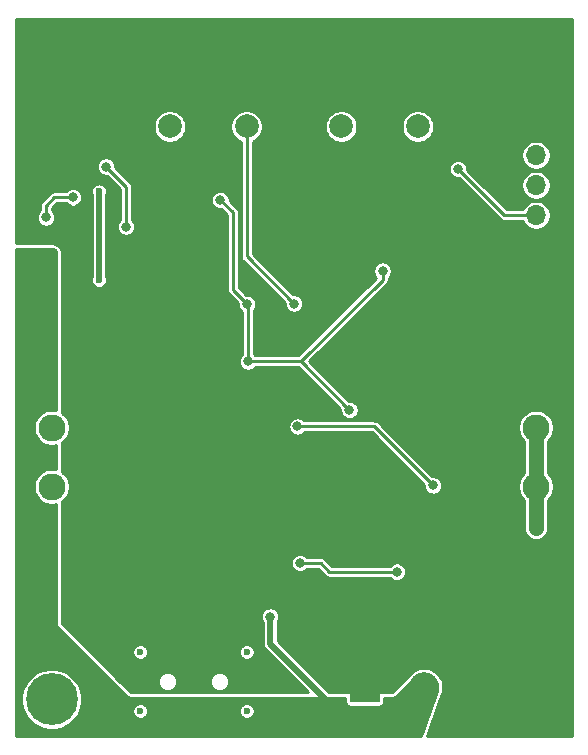
<source format=gbr>
%TF.GenerationSoftware,KiCad,Pcbnew,(5.1.6-0-10_14)*%
%TF.CreationDate,2021-02-05T00:28:22-08:00*%
%TF.ProjectId,version1,76657273-696f-46e3-912e-6b696361645f,rev?*%
%TF.SameCoordinates,Original*%
%TF.FileFunction,Copper,L2,Bot*%
%TF.FilePolarity,Positive*%
%FSLAX46Y46*%
G04 Gerber Fmt 4.6, Leading zero omitted, Abs format (unit mm)*
G04 Created by KiCad (PCBNEW (5.1.6-0-10_14)) date 2021-02-05 00:28:22*
%MOMM*%
%LPD*%
G01*
G04 APERTURE LIST*
%TA.AperFunction,ComponentPad*%
%ADD10C,0.700000*%
%TD*%
%TA.AperFunction,ComponentPad*%
%ADD11C,4.400000*%
%TD*%
%TA.AperFunction,ComponentPad*%
%ADD12C,2.000000*%
%TD*%
%TA.AperFunction,ComponentPad*%
%ADD13C,2.500000*%
%TD*%
%TA.AperFunction,ComponentPad*%
%ADD14R,2.500000X2.500000*%
%TD*%
%TA.AperFunction,ComponentPad*%
%ADD15C,2.286000*%
%TD*%
%TA.AperFunction,ComponentPad*%
%ADD16O,1.700000X1.700000*%
%TD*%
%TA.AperFunction,ComponentPad*%
%ADD17R,1.700000X1.700000*%
%TD*%
%TA.AperFunction,ViaPad*%
%ADD18C,0.800000*%
%TD*%
%TA.AperFunction,ViaPad*%
%ADD19C,0.600000*%
%TD*%
%TA.AperFunction,Conductor*%
%ADD20C,0.250000*%
%TD*%
%TA.AperFunction,Conductor*%
%ADD21C,0.500000*%
%TD*%
%TA.AperFunction,Conductor*%
%ADD22C,1.250000*%
%TD*%
%TA.AperFunction,Conductor*%
%ADD23C,0.254000*%
%TD*%
G04 APERTURE END LIST*
D10*
%TO.P,H4,1*%
%TO.N,GND*%
X145666726Y-52333274D03*
X144500000Y-51850000D03*
X143333274Y-52333274D03*
X142850000Y-53500000D03*
X143333274Y-54666726D03*
X144500000Y-55150000D03*
X145666726Y-54666726D03*
X146150000Y-53500000D03*
D11*
X144500000Y-53500000D03*
%TD*%
D10*
%TO.P,H3,1*%
%TO.N,GND*%
X104666726Y-52333274D03*
X103500000Y-51850000D03*
X102333274Y-52333274D03*
X101850000Y-53500000D03*
X102333274Y-54666726D03*
X103500000Y-55150000D03*
X104666726Y-54666726D03*
X105150000Y-53500000D03*
D11*
X103500000Y-53500000D03*
%TD*%
D10*
%TO.P,H2,1*%
%TO.N,GND*%
X104666726Y-106833274D03*
X103500000Y-106350000D03*
X102333274Y-106833274D03*
X101850000Y-108000000D03*
X102333274Y-109166726D03*
X103500000Y-109650000D03*
X104666726Y-109166726D03*
X105150000Y-108000000D03*
D11*
X103500000Y-108000000D03*
%TD*%
D10*
%TO.P,H1,1*%
%TO.N,GND*%
X145666726Y-106833274D03*
X144500000Y-106350000D03*
X143333274Y-106833274D03*
X142850000Y-108000000D03*
X143333274Y-109166726D03*
X144500000Y-109650000D03*
X145666726Y-109166726D03*
X146150000Y-108000000D03*
D11*
X144500000Y-108000000D03*
%TD*%
D12*
%TO.P,SW3,1*%
%TO.N,GND*%
X134500000Y-55000000D03*
%TO.P,SW3,2*%
%TO.N,Net-(R13-Pad2)*%
X134500000Y-59500000D03*
%TO.P,SW3,1*%
%TO.N,GND*%
X128000000Y-55000000D03*
%TO.P,SW3,2*%
%TO.N,Net-(R13-Pad2)*%
X128000000Y-59500000D03*
%TD*%
%TO.P,SW1,1*%
%TO.N,GND*%
X120000000Y-55000000D03*
%TO.P,SW1,2*%
%TO.N,Net-(R1-Pad2)*%
X120000000Y-59500000D03*
%TO.P,SW1,1*%
%TO.N,GND*%
X113500000Y-55000000D03*
%TO.P,SW1,2*%
%TO.N,Net-(R1-Pad2)*%
X113500000Y-59500000D03*
%TD*%
D13*
%TO.P,J3,2*%
%TO.N,+15V*%
X135000000Y-107000000D03*
D14*
%TO.P,J3,1*%
%TO.N,GND*%
X130000000Y-107000000D03*
%TD*%
D15*
%TO.P,J2,4*%
%TO.N,/HEAT_GND*%
X144500000Y-90000000D03*
%TO.P,J2,3*%
X144500000Y-85000000D03*
%TO.P,J2,2*%
%TO.N,Net-(J2-Pad2)*%
X103500000Y-90000000D03*
%TO.P,J2,1*%
%TO.N,Net-(J2-Pad1)*%
X103500000Y-85000000D03*
%TD*%
D16*
%TO.P,J4,4*%
%TO.N,+3V3*%
X144500000Y-67020000D03*
%TO.P,J4,3*%
%TO.N,/SWDIO*%
X144500000Y-64480000D03*
%TO.P,J4,2*%
%TO.N,/SWCLK*%
X144500000Y-61940000D03*
D17*
%TO.P,J4,1*%
%TO.N,GND*%
X144500000Y-59400000D03*
%TD*%
D18*
%TO.N,GND*%
X144500000Y-98000000D03*
X144500000Y-102500000D03*
X105400000Y-69000000D03*
X107500000Y-87500000D03*
X105000000Y-87500000D03*
X105000000Y-83000000D03*
X133312653Y-72312653D03*
X130000000Y-71700000D03*
X127600000Y-74500000D03*
X118100000Y-71900000D03*
X110800000Y-67500000D03*
X133000000Y-81000000D03*
X136000000Y-81000000D03*
X136000000Y-85000000D03*
X139000000Y-85000000D03*
X142000000Y-85000000D03*
X125000000Y-91000000D03*
X125000000Y-93500000D03*
X122000000Y-93500000D03*
X118000000Y-97500000D03*
X145500000Y-69500000D03*
X140000000Y-60000000D03*
X138000000Y-61500000D03*
D19*
X115100000Y-101400000D03*
D18*
X116400000Y-69700000D03*
X128600000Y-91000000D03*
X128600000Y-93500000D03*
X137100000Y-75300000D03*
X134300000Y-75300000D03*
X137100000Y-70600000D03*
X115500000Y-90000000D03*
X111500000Y-94000000D03*
X107500000Y-98000000D03*
X119500000Y-86000000D03*
X112300000Y-69700000D03*
X112300000Y-76600000D03*
X102300000Y-62200000D03*
X124000000Y-57200000D03*
X140200000Y-67100000D03*
X140200000Y-89900000D03*
X135800000Y-100000000D03*
X122100000Y-106200000D03*
%TO.N,+3V3*%
X120100000Y-79400000D03*
X128700000Y-83500000D03*
X131512500Y-71712496D03*
X120050000Y-74550000D03*
X117769499Y-65730501D03*
X137900000Y-63100000D03*
%TO.N,+15V*%
X102000000Y-103000000D03*
X102000000Y-100000000D03*
X102000000Y-97000000D03*
X102000000Y-94000000D03*
X102250000Y-70750000D03*
X102250000Y-77250000D03*
X103000000Y-67200000D03*
X105300000Y-65500000D03*
X128600000Y-109900000D03*
X122000004Y-101000000D03*
%TO.N,/PWM_HEAT*%
X124300000Y-84900000D03*
X135800000Y-89900000D03*
%TO.N,Net-(C21-Pad2)*%
X109800000Y-67981482D03*
X108100000Y-62900000D03*
D19*
%TO.N,+5V*%
X107500000Y-65000000D03*
X107500000Y-72500000D03*
D18*
%TO.N,/VPOWER*%
X132719998Y-97200000D03*
X124512500Y-96462500D03*
D19*
%TO.N,Net-(J1-Pad6)*%
X111000000Y-104000000D03*
X111000000Y-109000000D03*
X120000000Y-109000000D03*
X120000000Y-104000000D03*
D18*
%TO.N,/HEAT_GND*%
X144500000Y-93500000D03*
%TO.N,Net-(R1-Pad2)*%
X124000000Y-74500000D03*
%TD*%
D20*
%TO.N,+3V3*%
X124600000Y-79400000D02*
X120100000Y-79400000D01*
X128700000Y-83500000D02*
X124600000Y-79400000D01*
X131512500Y-72487500D02*
X131512500Y-71712496D01*
X124600000Y-79400000D02*
X131512500Y-72487500D01*
X120100000Y-74600000D02*
X120050000Y-74550000D01*
X120100000Y-79400000D02*
X120100000Y-74600000D01*
X118825001Y-73325001D02*
X120050000Y-74550000D01*
X118825001Y-66786003D02*
X118825001Y-73325001D01*
X117769499Y-65730501D02*
X118825001Y-66786003D01*
X141820000Y-67020000D02*
X137900000Y-63100000D01*
X144500000Y-67020000D02*
X141820000Y-67020000D01*
%TO.N,+15V*%
X103700000Y-65500000D02*
X105300000Y-65500000D01*
X103000000Y-66200000D02*
X103700000Y-65500000D01*
X103000000Y-67200000D02*
X103000000Y-66200000D01*
D21*
X128600000Y-109900000D02*
X122000004Y-103300004D01*
X122000004Y-103300004D02*
X122000004Y-101000000D01*
D20*
%TO.N,/PWM_HEAT*%
X124300000Y-84900000D02*
X130800000Y-84900000D01*
X130800000Y-84900000D02*
X135800000Y-89900000D01*
%TO.N,Net-(C21-Pad2)*%
X109800000Y-67981482D02*
X109800000Y-64600000D01*
X109800000Y-64600000D02*
X108100000Y-62900000D01*
D21*
%TO.N,+5V*%
X107500000Y-65000000D02*
X107500000Y-72500000D01*
D20*
%TO.N,/VPOWER*%
X127000000Y-97200000D02*
X132719998Y-97200000D01*
X126262500Y-96462500D02*
X127000000Y-97200000D01*
X124512500Y-96462500D02*
X126262500Y-96462500D01*
D22*
%TO.N,/HEAT_GND*%
X144500000Y-85000000D02*
X144500000Y-90000000D01*
X144500000Y-90000000D02*
X144500000Y-93500000D01*
D20*
%TO.N,Net-(R1-Pad2)*%
X120000000Y-70500000D02*
X124000000Y-74500000D01*
X120000000Y-59500000D02*
X120000000Y-70500000D01*
%TD*%
D23*
%TO.N,+15V*%
G36*
X103596257Y-69890769D02*
G01*
X103685955Y-69927923D01*
X103762976Y-69987024D01*
X103822077Y-70064045D01*
X103859231Y-70153743D01*
X103873000Y-70258328D01*
X103873000Y-83520337D01*
X103650101Y-83476000D01*
X103349899Y-83476000D01*
X103055466Y-83534566D01*
X102778115Y-83649449D01*
X102528507Y-83816232D01*
X102316232Y-84028507D01*
X102149449Y-84278115D01*
X102034566Y-84555466D01*
X101976000Y-84849899D01*
X101976000Y-85150101D01*
X102034566Y-85444534D01*
X102149449Y-85721885D01*
X102316232Y-85971493D01*
X102528507Y-86183768D01*
X102778115Y-86350551D01*
X103055466Y-86465434D01*
X103349899Y-86524000D01*
X103650101Y-86524000D01*
X103873000Y-86479663D01*
X103873000Y-88520337D01*
X103650101Y-88476000D01*
X103349899Y-88476000D01*
X103055466Y-88534566D01*
X102778115Y-88649449D01*
X102528507Y-88816232D01*
X102316232Y-89028507D01*
X102149449Y-89278115D01*
X102034566Y-89555466D01*
X101976000Y-89849899D01*
X101976000Y-90150101D01*
X102034566Y-90444534D01*
X102149449Y-90721885D01*
X102316232Y-90971493D01*
X102528507Y-91183768D01*
X102778115Y-91350551D01*
X103055466Y-91465434D01*
X103349899Y-91524000D01*
X103650101Y-91524000D01*
X103873000Y-91479663D01*
X103873000Y-101542893D01*
X103874086Y-101559470D01*
X103891123Y-101688880D01*
X103899704Y-101720904D01*
X103949654Y-101841494D01*
X103966231Y-101870206D01*
X104045691Y-101973760D01*
X104056644Y-101986250D01*
X109763750Y-107693356D01*
X109776240Y-107704309D01*
X109879794Y-107783769D01*
X109908506Y-107800346D01*
X110029096Y-107850296D01*
X110061120Y-107858877D01*
X110190530Y-107875914D01*
X110207107Y-107877000D01*
X128367157Y-107877000D01*
X128367157Y-108250000D01*
X128374513Y-108324689D01*
X128396299Y-108396508D01*
X128431678Y-108462696D01*
X128479289Y-108520711D01*
X128537304Y-108568322D01*
X128603492Y-108603701D01*
X128675311Y-108625487D01*
X128750000Y-108632843D01*
X131250000Y-108632843D01*
X131324689Y-108625487D01*
X131396508Y-108603701D01*
X131462696Y-108568322D01*
X131520711Y-108520711D01*
X131568322Y-108462696D01*
X131603701Y-108396508D01*
X131625487Y-108324689D01*
X131632843Y-108250000D01*
X131632843Y-107877000D01*
X132292893Y-107877000D01*
X132309470Y-107875914D01*
X132438880Y-107858877D01*
X132470904Y-107850296D01*
X132591494Y-107800346D01*
X132620206Y-107783769D01*
X132723760Y-107704309D01*
X132736250Y-107693356D01*
X134437472Y-105992134D01*
X134521155Y-105927922D01*
X134610850Y-105890769D01*
X134715435Y-105877000D01*
X135284565Y-105877000D01*
X135389150Y-105890769D01*
X135478848Y-105927923D01*
X135562525Y-105992130D01*
X136007870Y-106437475D01*
X136072079Y-106521154D01*
X136109232Y-106610848D01*
X136123001Y-106715435D01*
X136123000Y-107153554D01*
X136098141Y-107298678D01*
X134767440Y-111069000D01*
X100431000Y-111069000D01*
X100431000Y-107745794D01*
X100919000Y-107745794D01*
X100919000Y-108254206D01*
X101018187Y-108752850D01*
X101212748Y-109222562D01*
X101495207Y-109645291D01*
X101854709Y-110004793D01*
X102277438Y-110287252D01*
X102747150Y-110481813D01*
X103245794Y-110581000D01*
X103754206Y-110581000D01*
X104252850Y-110481813D01*
X104722562Y-110287252D01*
X105145291Y-110004793D01*
X105504793Y-109645291D01*
X105787252Y-109222562D01*
X105907222Y-108932927D01*
X110319000Y-108932927D01*
X110319000Y-109067073D01*
X110345171Y-109198640D01*
X110396506Y-109322574D01*
X110471033Y-109434112D01*
X110565888Y-109528967D01*
X110677426Y-109603494D01*
X110801360Y-109654829D01*
X110932927Y-109681000D01*
X111067073Y-109681000D01*
X111198640Y-109654829D01*
X111322574Y-109603494D01*
X111434112Y-109528967D01*
X111528967Y-109434112D01*
X111603494Y-109322574D01*
X111654829Y-109198640D01*
X111681000Y-109067073D01*
X111681000Y-108932927D01*
X119319000Y-108932927D01*
X119319000Y-109067073D01*
X119345171Y-109198640D01*
X119396506Y-109322574D01*
X119471033Y-109434112D01*
X119565888Y-109528967D01*
X119677426Y-109603494D01*
X119801360Y-109654829D01*
X119932927Y-109681000D01*
X120067073Y-109681000D01*
X120198640Y-109654829D01*
X120322574Y-109603494D01*
X120434112Y-109528967D01*
X120528967Y-109434112D01*
X120603494Y-109322574D01*
X120654829Y-109198640D01*
X120681000Y-109067073D01*
X120681000Y-108932927D01*
X120654829Y-108801360D01*
X120603494Y-108677426D01*
X120528967Y-108565888D01*
X120434112Y-108471033D01*
X120322574Y-108396506D01*
X120198640Y-108345171D01*
X120067073Y-108319000D01*
X119932927Y-108319000D01*
X119801360Y-108345171D01*
X119677426Y-108396506D01*
X119565888Y-108471033D01*
X119471033Y-108565888D01*
X119396506Y-108677426D01*
X119345171Y-108801360D01*
X119319000Y-108932927D01*
X111681000Y-108932927D01*
X111654829Y-108801360D01*
X111603494Y-108677426D01*
X111528967Y-108565888D01*
X111434112Y-108471033D01*
X111322574Y-108396506D01*
X111198640Y-108345171D01*
X111067073Y-108319000D01*
X110932927Y-108319000D01*
X110801360Y-108345171D01*
X110677426Y-108396506D01*
X110565888Y-108471033D01*
X110471033Y-108565888D01*
X110396506Y-108677426D01*
X110345171Y-108801360D01*
X110319000Y-108932927D01*
X105907222Y-108932927D01*
X105981813Y-108752850D01*
X106081000Y-108254206D01*
X106081000Y-107745794D01*
X105981813Y-107247150D01*
X105787252Y-106777438D01*
X105504793Y-106354709D01*
X105145291Y-105995207D01*
X104722562Y-105712748D01*
X104252850Y-105518187D01*
X103754206Y-105419000D01*
X103245794Y-105419000D01*
X102747150Y-105518187D01*
X102277438Y-105712748D01*
X101854709Y-105995207D01*
X101495207Y-106354709D01*
X101212748Y-106777438D01*
X101018187Y-107247150D01*
X100919000Y-107745794D01*
X100431000Y-107745794D01*
X100431000Y-69887181D01*
X100508328Y-69877000D01*
X103491672Y-69877000D01*
X103596257Y-69890769D01*
G37*
X103596257Y-69890769D02*
X103685955Y-69927923D01*
X103762976Y-69987024D01*
X103822077Y-70064045D01*
X103859231Y-70153743D01*
X103873000Y-70258328D01*
X103873000Y-83520337D01*
X103650101Y-83476000D01*
X103349899Y-83476000D01*
X103055466Y-83534566D01*
X102778115Y-83649449D01*
X102528507Y-83816232D01*
X102316232Y-84028507D01*
X102149449Y-84278115D01*
X102034566Y-84555466D01*
X101976000Y-84849899D01*
X101976000Y-85150101D01*
X102034566Y-85444534D01*
X102149449Y-85721885D01*
X102316232Y-85971493D01*
X102528507Y-86183768D01*
X102778115Y-86350551D01*
X103055466Y-86465434D01*
X103349899Y-86524000D01*
X103650101Y-86524000D01*
X103873000Y-86479663D01*
X103873000Y-88520337D01*
X103650101Y-88476000D01*
X103349899Y-88476000D01*
X103055466Y-88534566D01*
X102778115Y-88649449D01*
X102528507Y-88816232D01*
X102316232Y-89028507D01*
X102149449Y-89278115D01*
X102034566Y-89555466D01*
X101976000Y-89849899D01*
X101976000Y-90150101D01*
X102034566Y-90444534D01*
X102149449Y-90721885D01*
X102316232Y-90971493D01*
X102528507Y-91183768D01*
X102778115Y-91350551D01*
X103055466Y-91465434D01*
X103349899Y-91524000D01*
X103650101Y-91524000D01*
X103873000Y-91479663D01*
X103873000Y-101542893D01*
X103874086Y-101559470D01*
X103891123Y-101688880D01*
X103899704Y-101720904D01*
X103949654Y-101841494D01*
X103966231Y-101870206D01*
X104045691Y-101973760D01*
X104056644Y-101986250D01*
X109763750Y-107693356D01*
X109776240Y-107704309D01*
X109879794Y-107783769D01*
X109908506Y-107800346D01*
X110029096Y-107850296D01*
X110061120Y-107858877D01*
X110190530Y-107875914D01*
X110207107Y-107877000D01*
X128367157Y-107877000D01*
X128367157Y-108250000D01*
X128374513Y-108324689D01*
X128396299Y-108396508D01*
X128431678Y-108462696D01*
X128479289Y-108520711D01*
X128537304Y-108568322D01*
X128603492Y-108603701D01*
X128675311Y-108625487D01*
X128750000Y-108632843D01*
X131250000Y-108632843D01*
X131324689Y-108625487D01*
X131396508Y-108603701D01*
X131462696Y-108568322D01*
X131520711Y-108520711D01*
X131568322Y-108462696D01*
X131603701Y-108396508D01*
X131625487Y-108324689D01*
X131632843Y-108250000D01*
X131632843Y-107877000D01*
X132292893Y-107877000D01*
X132309470Y-107875914D01*
X132438880Y-107858877D01*
X132470904Y-107850296D01*
X132591494Y-107800346D01*
X132620206Y-107783769D01*
X132723760Y-107704309D01*
X132736250Y-107693356D01*
X134437472Y-105992134D01*
X134521155Y-105927922D01*
X134610850Y-105890769D01*
X134715435Y-105877000D01*
X135284565Y-105877000D01*
X135389150Y-105890769D01*
X135478848Y-105927923D01*
X135562525Y-105992130D01*
X136007870Y-106437475D01*
X136072079Y-106521154D01*
X136109232Y-106610848D01*
X136123001Y-106715435D01*
X136123000Y-107153554D01*
X136098141Y-107298678D01*
X134767440Y-111069000D01*
X100431000Y-111069000D01*
X100431000Y-107745794D01*
X100919000Y-107745794D01*
X100919000Y-108254206D01*
X101018187Y-108752850D01*
X101212748Y-109222562D01*
X101495207Y-109645291D01*
X101854709Y-110004793D01*
X102277438Y-110287252D01*
X102747150Y-110481813D01*
X103245794Y-110581000D01*
X103754206Y-110581000D01*
X104252850Y-110481813D01*
X104722562Y-110287252D01*
X105145291Y-110004793D01*
X105504793Y-109645291D01*
X105787252Y-109222562D01*
X105907222Y-108932927D01*
X110319000Y-108932927D01*
X110319000Y-109067073D01*
X110345171Y-109198640D01*
X110396506Y-109322574D01*
X110471033Y-109434112D01*
X110565888Y-109528967D01*
X110677426Y-109603494D01*
X110801360Y-109654829D01*
X110932927Y-109681000D01*
X111067073Y-109681000D01*
X111198640Y-109654829D01*
X111322574Y-109603494D01*
X111434112Y-109528967D01*
X111528967Y-109434112D01*
X111603494Y-109322574D01*
X111654829Y-109198640D01*
X111681000Y-109067073D01*
X111681000Y-108932927D01*
X119319000Y-108932927D01*
X119319000Y-109067073D01*
X119345171Y-109198640D01*
X119396506Y-109322574D01*
X119471033Y-109434112D01*
X119565888Y-109528967D01*
X119677426Y-109603494D01*
X119801360Y-109654829D01*
X119932927Y-109681000D01*
X120067073Y-109681000D01*
X120198640Y-109654829D01*
X120322574Y-109603494D01*
X120434112Y-109528967D01*
X120528967Y-109434112D01*
X120603494Y-109322574D01*
X120654829Y-109198640D01*
X120681000Y-109067073D01*
X120681000Y-108932927D01*
X120654829Y-108801360D01*
X120603494Y-108677426D01*
X120528967Y-108565888D01*
X120434112Y-108471033D01*
X120322574Y-108396506D01*
X120198640Y-108345171D01*
X120067073Y-108319000D01*
X119932927Y-108319000D01*
X119801360Y-108345171D01*
X119677426Y-108396506D01*
X119565888Y-108471033D01*
X119471033Y-108565888D01*
X119396506Y-108677426D01*
X119345171Y-108801360D01*
X119319000Y-108932927D01*
X111681000Y-108932927D01*
X111654829Y-108801360D01*
X111603494Y-108677426D01*
X111528967Y-108565888D01*
X111434112Y-108471033D01*
X111322574Y-108396506D01*
X111198640Y-108345171D01*
X111067073Y-108319000D01*
X110932927Y-108319000D01*
X110801360Y-108345171D01*
X110677426Y-108396506D01*
X110565888Y-108471033D01*
X110471033Y-108565888D01*
X110396506Y-108677426D01*
X110345171Y-108801360D01*
X110319000Y-108932927D01*
X105907222Y-108932927D01*
X105981813Y-108752850D01*
X106081000Y-108254206D01*
X106081000Y-107745794D01*
X105981813Y-107247150D01*
X105787252Y-106777438D01*
X105504793Y-106354709D01*
X105145291Y-105995207D01*
X104722562Y-105712748D01*
X104252850Y-105518187D01*
X103754206Y-105419000D01*
X103245794Y-105419000D01*
X102747150Y-105518187D01*
X102277438Y-105712748D01*
X101854709Y-105995207D01*
X101495207Y-106354709D01*
X101212748Y-106777438D01*
X101018187Y-107247150D01*
X100919000Y-107745794D01*
X100431000Y-107745794D01*
X100431000Y-69887181D01*
X100508328Y-69877000D01*
X103491672Y-69877000D01*
X103596257Y-69890769D01*
%TO.N,GND*%
G36*
X147569000Y-111069000D02*
G01*
X135306151Y-111069000D01*
X136580774Y-107457567D01*
X136597025Y-107395089D01*
X136625530Y-107228680D01*
X136631000Y-107164355D01*
X136631001Y-106707108D01*
X136627742Y-106657377D01*
X136610705Y-106527967D01*
X136584961Y-106431892D01*
X136535010Y-106311302D01*
X136485282Y-106225170D01*
X136405823Y-106121616D01*
X136372962Y-106084145D01*
X136302656Y-106013839D01*
X136266881Y-105960298D01*
X136039702Y-105733119D01*
X135986161Y-105697344D01*
X135915855Y-105627038D01*
X135878384Y-105594177D01*
X135774830Y-105514718D01*
X135688695Y-105464989D01*
X135568105Y-105415039D01*
X135472033Y-105389296D01*
X135342623Y-105372259D01*
X135292893Y-105369000D01*
X134707107Y-105369000D01*
X134657377Y-105372259D01*
X134527967Y-105389296D01*
X134431895Y-105415039D01*
X134311305Y-105464989D01*
X134225168Y-105514720D01*
X134121614Y-105594180D01*
X134084145Y-105627039D01*
X134013842Y-105697342D01*
X133960298Y-105733119D01*
X133733119Y-105960298D01*
X133697342Y-106013842D01*
X132394695Y-107316489D01*
X132350748Y-107350211D01*
X132322845Y-107361769D01*
X132267918Y-107369000D01*
X126961369Y-107369000D01*
X122631004Y-103038636D01*
X122631004Y-101461405D01*
X122692117Y-101369942D01*
X122750991Y-101227809D01*
X122781004Y-101076922D01*
X122781004Y-100923078D01*
X122750991Y-100772191D01*
X122692117Y-100630058D01*
X122606646Y-100502141D01*
X122497863Y-100393358D01*
X122369946Y-100307887D01*
X122227813Y-100249013D01*
X122076926Y-100219000D01*
X121923082Y-100219000D01*
X121772195Y-100249013D01*
X121630062Y-100307887D01*
X121502145Y-100393358D01*
X121393362Y-100502141D01*
X121307891Y-100630058D01*
X121249017Y-100772191D01*
X121219004Y-100923078D01*
X121219004Y-101076922D01*
X121249017Y-101227809D01*
X121307891Y-101369942D01*
X121369005Y-101461406D01*
X121369004Y-103269013D01*
X121365952Y-103300004D01*
X121369004Y-103330994D01*
X121369004Y-103331001D01*
X121378134Y-103423701D01*
X121414215Y-103542645D01*
X121472808Y-103652264D01*
X121551661Y-103748347D01*
X121575741Y-103768109D01*
X125176631Y-107369000D01*
X110232082Y-107369000D01*
X110177155Y-107361769D01*
X110149252Y-107350211D01*
X110105305Y-107316489D01*
X109206970Y-106418154D01*
X112469000Y-106418154D01*
X112469000Y-106581846D01*
X112500935Y-106742394D01*
X112563577Y-106893626D01*
X112654520Y-107029732D01*
X112770268Y-107145480D01*
X112906374Y-107236423D01*
X113057606Y-107299065D01*
X113218154Y-107331000D01*
X113381846Y-107331000D01*
X113542394Y-107299065D01*
X113693626Y-107236423D01*
X113829732Y-107145480D01*
X113945480Y-107029732D01*
X114036423Y-106893626D01*
X114099065Y-106742394D01*
X114131000Y-106581846D01*
X114131000Y-106418154D01*
X116869000Y-106418154D01*
X116869000Y-106581846D01*
X116900935Y-106742394D01*
X116963577Y-106893626D01*
X117054520Y-107029732D01*
X117170268Y-107145480D01*
X117306374Y-107236423D01*
X117457606Y-107299065D01*
X117618154Y-107331000D01*
X117781846Y-107331000D01*
X117942394Y-107299065D01*
X118093626Y-107236423D01*
X118229732Y-107145480D01*
X118345480Y-107029732D01*
X118436423Y-106893626D01*
X118499065Y-106742394D01*
X118531000Y-106581846D01*
X118531000Y-106418154D01*
X118499065Y-106257606D01*
X118436423Y-106106374D01*
X118345480Y-105970268D01*
X118229732Y-105854520D01*
X118093626Y-105763577D01*
X117942394Y-105700935D01*
X117781846Y-105669000D01*
X117618154Y-105669000D01*
X117457606Y-105700935D01*
X117306374Y-105763577D01*
X117170268Y-105854520D01*
X117054520Y-105970268D01*
X116963577Y-106106374D01*
X116900935Y-106257606D01*
X116869000Y-106418154D01*
X114131000Y-106418154D01*
X114099065Y-106257606D01*
X114036423Y-106106374D01*
X113945480Y-105970268D01*
X113829732Y-105854520D01*
X113693626Y-105763577D01*
X113542394Y-105700935D01*
X113381846Y-105669000D01*
X113218154Y-105669000D01*
X113057606Y-105700935D01*
X112906374Y-105763577D01*
X112770268Y-105854520D01*
X112654520Y-105970268D01*
X112563577Y-106106374D01*
X112500935Y-106257606D01*
X112469000Y-106418154D01*
X109206970Y-106418154D01*
X106721743Y-103932927D01*
X110319000Y-103932927D01*
X110319000Y-104067073D01*
X110345171Y-104198640D01*
X110396506Y-104322574D01*
X110471033Y-104434112D01*
X110565888Y-104528967D01*
X110677426Y-104603494D01*
X110801360Y-104654829D01*
X110932927Y-104681000D01*
X111067073Y-104681000D01*
X111198640Y-104654829D01*
X111322574Y-104603494D01*
X111434112Y-104528967D01*
X111528967Y-104434112D01*
X111603494Y-104322574D01*
X111654829Y-104198640D01*
X111681000Y-104067073D01*
X111681000Y-103932927D01*
X119319000Y-103932927D01*
X119319000Y-104067073D01*
X119345171Y-104198640D01*
X119396506Y-104322574D01*
X119471033Y-104434112D01*
X119565888Y-104528967D01*
X119677426Y-104603494D01*
X119801360Y-104654829D01*
X119932927Y-104681000D01*
X120067073Y-104681000D01*
X120198640Y-104654829D01*
X120322574Y-104603494D01*
X120434112Y-104528967D01*
X120528967Y-104434112D01*
X120603494Y-104322574D01*
X120654829Y-104198640D01*
X120681000Y-104067073D01*
X120681000Y-103932927D01*
X120654829Y-103801360D01*
X120603494Y-103677426D01*
X120528967Y-103565888D01*
X120434112Y-103471033D01*
X120322574Y-103396506D01*
X120198640Y-103345171D01*
X120067073Y-103319000D01*
X119932927Y-103319000D01*
X119801360Y-103345171D01*
X119677426Y-103396506D01*
X119565888Y-103471033D01*
X119471033Y-103565888D01*
X119396506Y-103677426D01*
X119345171Y-103801360D01*
X119319000Y-103932927D01*
X111681000Y-103932927D01*
X111654829Y-103801360D01*
X111603494Y-103677426D01*
X111528967Y-103565888D01*
X111434112Y-103471033D01*
X111322574Y-103396506D01*
X111198640Y-103345171D01*
X111067073Y-103319000D01*
X110932927Y-103319000D01*
X110801360Y-103345171D01*
X110677426Y-103396506D01*
X110565888Y-103471033D01*
X110471033Y-103565888D01*
X110396506Y-103677426D01*
X110345171Y-103801360D01*
X110319000Y-103932927D01*
X106721743Y-103932927D01*
X104433511Y-101644695D01*
X104399789Y-101600748D01*
X104388231Y-101572845D01*
X104381000Y-101517918D01*
X104381000Y-96385578D01*
X123731500Y-96385578D01*
X123731500Y-96539422D01*
X123761513Y-96690309D01*
X123820387Y-96832442D01*
X123905858Y-96960359D01*
X124014641Y-97069142D01*
X124142558Y-97154613D01*
X124284691Y-97213487D01*
X124435578Y-97243500D01*
X124589422Y-97243500D01*
X124740309Y-97213487D01*
X124882442Y-97154613D01*
X125010359Y-97069142D01*
X125111001Y-96968500D01*
X126052909Y-96968500D01*
X126624628Y-97540220D01*
X126640473Y-97559527D01*
X126717521Y-97622759D01*
X126805425Y-97669745D01*
X126900807Y-97698678D01*
X127000000Y-97708448D01*
X127024854Y-97706000D01*
X132121497Y-97706000D01*
X132222139Y-97806642D01*
X132350056Y-97892113D01*
X132492189Y-97950987D01*
X132643076Y-97981000D01*
X132796920Y-97981000D01*
X132947807Y-97950987D01*
X133089940Y-97892113D01*
X133217857Y-97806642D01*
X133326640Y-97697859D01*
X133412111Y-97569942D01*
X133470985Y-97427809D01*
X133500998Y-97276922D01*
X133500998Y-97123078D01*
X133470985Y-96972191D01*
X133412111Y-96830058D01*
X133326640Y-96702141D01*
X133217857Y-96593358D01*
X133089940Y-96507887D01*
X132947807Y-96449013D01*
X132796920Y-96419000D01*
X132643076Y-96419000D01*
X132492189Y-96449013D01*
X132350056Y-96507887D01*
X132222139Y-96593358D01*
X132121497Y-96694000D01*
X127209592Y-96694000D01*
X126637876Y-96122285D01*
X126622027Y-96102973D01*
X126544979Y-96039741D01*
X126457075Y-95992755D01*
X126361693Y-95963822D01*
X126287354Y-95956500D01*
X126287346Y-95956500D01*
X126262500Y-95954053D01*
X126237654Y-95956500D01*
X125111001Y-95956500D01*
X125010359Y-95855858D01*
X124882442Y-95770387D01*
X124740309Y-95711513D01*
X124589422Y-95681500D01*
X124435578Y-95681500D01*
X124284691Y-95711513D01*
X124142558Y-95770387D01*
X124014641Y-95855858D01*
X123905858Y-95964641D01*
X123820387Y-96092558D01*
X123761513Y-96234691D01*
X123731500Y-96385578D01*
X104381000Y-96385578D01*
X104381000Y-91244234D01*
X104471493Y-91183768D01*
X104683768Y-90971493D01*
X104850551Y-90721885D01*
X104965434Y-90444534D01*
X105024000Y-90150101D01*
X105024000Y-89849899D01*
X104965434Y-89555466D01*
X104850551Y-89278115D01*
X104683768Y-89028507D01*
X104471493Y-88816232D01*
X104381000Y-88755766D01*
X104381000Y-86244234D01*
X104471493Y-86183768D01*
X104683768Y-85971493D01*
X104850551Y-85721885D01*
X104965434Y-85444534D01*
X105024000Y-85150101D01*
X105024000Y-84849899D01*
X105018666Y-84823078D01*
X123519000Y-84823078D01*
X123519000Y-84976922D01*
X123549013Y-85127809D01*
X123607887Y-85269942D01*
X123693358Y-85397859D01*
X123802141Y-85506642D01*
X123930058Y-85592113D01*
X124072191Y-85650987D01*
X124223078Y-85681000D01*
X124376922Y-85681000D01*
X124527809Y-85650987D01*
X124669942Y-85592113D01*
X124797859Y-85506642D01*
X124898501Y-85406000D01*
X130590409Y-85406000D01*
X135019000Y-89834592D01*
X135019000Y-89976922D01*
X135049013Y-90127809D01*
X135107887Y-90269942D01*
X135193358Y-90397859D01*
X135302141Y-90506642D01*
X135430058Y-90592113D01*
X135572191Y-90650987D01*
X135723078Y-90681000D01*
X135876922Y-90681000D01*
X136027809Y-90650987D01*
X136169942Y-90592113D01*
X136297859Y-90506642D01*
X136406642Y-90397859D01*
X136492113Y-90269942D01*
X136550987Y-90127809D01*
X136581000Y-89976922D01*
X136581000Y-89823078D01*
X136550987Y-89672191D01*
X136492113Y-89530058D01*
X136406642Y-89402141D01*
X136297859Y-89293358D01*
X136169942Y-89207887D01*
X136027809Y-89149013D01*
X135876922Y-89119000D01*
X135734592Y-89119000D01*
X131465491Y-84849899D01*
X142976000Y-84849899D01*
X142976000Y-85150101D01*
X143034566Y-85444534D01*
X143149449Y-85721885D01*
X143316232Y-85971493D01*
X143494000Y-86149261D01*
X143494001Y-88850738D01*
X143316232Y-89028507D01*
X143149449Y-89278115D01*
X143034566Y-89555466D01*
X142976000Y-89849899D01*
X142976000Y-90150101D01*
X143034566Y-90444534D01*
X143149449Y-90721885D01*
X143316232Y-90971493D01*
X143494000Y-91149261D01*
X143494001Y-93549414D01*
X143508558Y-93697210D01*
X143566082Y-93886842D01*
X143659496Y-94061608D01*
X143785210Y-94214791D01*
X143938393Y-94340505D01*
X144113159Y-94433919D01*
X144302791Y-94491443D01*
X144500000Y-94510867D01*
X144697210Y-94491443D01*
X144886842Y-94433919D01*
X145061608Y-94340505D01*
X145214791Y-94214791D01*
X145340505Y-94061608D01*
X145433919Y-93886842D01*
X145491443Y-93697210D01*
X145506000Y-93549414D01*
X145506000Y-91149261D01*
X145683768Y-90971493D01*
X145850551Y-90721885D01*
X145965434Y-90444534D01*
X146024000Y-90150101D01*
X146024000Y-89849899D01*
X145965434Y-89555466D01*
X145850551Y-89278115D01*
X145683768Y-89028507D01*
X145506000Y-88850739D01*
X145506000Y-86149261D01*
X145683768Y-85971493D01*
X145850551Y-85721885D01*
X145965434Y-85444534D01*
X146024000Y-85150101D01*
X146024000Y-84849899D01*
X145965434Y-84555466D01*
X145850551Y-84278115D01*
X145683768Y-84028507D01*
X145471493Y-83816232D01*
X145221885Y-83649449D01*
X144944534Y-83534566D01*
X144650101Y-83476000D01*
X144349899Y-83476000D01*
X144055466Y-83534566D01*
X143778115Y-83649449D01*
X143528507Y-83816232D01*
X143316232Y-84028507D01*
X143149449Y-84278115D01*
X143034566Y-84555466D01*
X142976000Y-84849899D01*
X131465491Y-84849899D01*
X131175376Y-84559785D01*
X131159527Y-84540473D01*
X131082479Y-84477241D01*
X130994575Y-84430255D01*
X130899193Y-84401322D01*
X130824854Y-84394000D01*
X130824846Y-84394000D01*
X130800000Y-84391553D01*
X130775154Y-84394000D01*
X124898501Y-84394000D01*
X124797859Y-84293358D01*
X124669942Y-84207887D01*
X124527809Y-84149013D01*
X124376922Y-84119000D01*
X124223078Y-84119000D01*
X124072191Y-84149013D01*
X123930058Y-84207887D01*
X123802141Y-84293358D01*
X123693358Y-84402141D01*
X123607887Y-84530058D01*
X123549013Y-84672191D01*
X123519000Y-84823078D01*
X105018666Y-84823078D01*
X104965434Y-84555466D01*
X104850551Y-84278115D01*
X104683768Y-84028507D01*
X104471493Y-83816232D01*
X104381000Y-83755766D01*
X104381000Y-70250000D01*
X104377741Y-70200270D01*
X104360704Y-70070860D01*
X104334961Y-69974788D01*
X104285011Y-69854198D01*
X104235279Y-69768060D01*
X104155819Y-69664507D01*
X104085493Y-69594181D01*
X103981940Y-69514721D01*
X103895802Y-69464989D01*
X103775212Y-69415039D01*
X103679140Y-69389296D01*
X103549730Y-69372259D01*
X103500000Y-69369000D01*
X100500000Y-69369000D01*
X100450270Y-69372259D01*
X100431000Y-69374796D01*
X100431000Y-67123078D01*
X102219000Y-67123078D01*
X102219000Y-67276922D01*
X102249013Y-67427809D01*
X102307887Y-67569942D01*
X102393358Y-67697859D01*
X102502141Y-67806642D01*
X102630058Y-67892113D01*
X102772191Y-67950987D01*
X102923078Y-67981000D01*
X103076922Y-67981000D01*
X103227809Y-67950987D01*
X103369942Y-67892113D01*
X103497859Y-67806642D01*
X103606642Y-67697859D01*
X103692113Y-67569942D01*
X103750987Y-67427809D01*
X103781000Y-67276922D01*
X103781000Y-67123078D01*
X103750987Y-66972191D01*
X103692113Y-66830058D01*
X103606642Y-66702141D01*
X103506000Y-66601499D01*
X103506000Y-66409591D01*
X103909592Y-66006000D01*
X104701499Y-66006000D01*
X104802141Y-66106642D01*
X104930058Y-66192113D01*
X105072191Y-66250987D01*
X105223078Y-66281000D01*
X105376922Y-66281000D01*
X105527809Y-66250987D01*
X105669942Y-66192113D01*
X105797859Y-66106642D01*
X105906642Y-65997859D01*
X105992113Y-65869942D01*
X106050987Y-65727809D01*
X106081000Y-65576922D01*
X106081000Y-65423078D01*
X106050987Y-65272191D01*
X105992113Y-65130058D01*
X105906642Y-65002141D01*
X105837428Y-64932927D01*
X106819000Y-64932927D01*
X106819000Y-65067073D01*
X106845171Y-65198640D01*
X106869000Y-65256169D01*
X106869001Y-72243829D01*
X106845171Y-72301360D01*
X106819000Y-72432927D01*
X106819000Y-72567073D01*
X106845171Y-72698640D01*
X106896506Y-72822574D01*
X106971033Y-72934112D01*
X107065888Y-73028967D01*
X107177426Y-73103494D01*
X107301360Y-73154829D01*
X107432927Y-73181000D01*
X107567073Y-73181000D01*
X107698640Y-73154829D01*
X107822574Y-73103494D01*
X107934112Y-73028967D01*
X108028967Y-72934112D01*
X108103494Y-72822574D01*
X108154829Y-72698640D01*
X108181000Y-72567073D01*
X108181000Y-72432927D01*
X108154829Y-72301360D01*
X108131000Y-72243832D01*
X108131000Y-65256168D01*
X108154829Y-65198640D01*
X108181000Y-65067073D01*
X108181000Y-64932927D01*
X108154829Y-64801360D01*
X108103494Y-64677426D01*
X108028967Y-64565888D01*
X107934112Y-64471033D01*
X107822574Y-64396506D01*
X107698640Y-64345171D01*
X107567073Y-64319000D01*
X107432927Y-64319000D01*
X107301360Y-64345171D01*
X107177426Y-64396506D01*
X107065888Y-64471033D01*
X106971033Y-64565888D01*
X106896506Y-64677426D01*
X106845171Y-64801360D01*
X106819000Y-64932927D01*
X105837428Y-64932927D01*
X105797859Y-64893358D01*
X105669942Y-64807887D01*
X105527809Y-64749013D01*
X105376922Y-64719000D01*
X105223078Y-64719000D01*
X105072191Y-64749013D01*
X104930058Y-64807887D01*
X104802141Y-64893358D01*
X104701499Y-64994000D01*
X103724845Y-64994000D01*
X103699999Y-64991553D01*
X103675153Y-64994000D01*
X103675146Y-64994000D01*
X103610694Y-65000348D01*
X103600806Y-65001322D01*
X103578607Y-65008056D01*
X103505425Y-65030255D01*
X103417521Y-65077241D01*
X103340473Y-65140473D01*
X103324628Y-65159780D01*
X102659780Y-65824629D01*
X102640474Y-65840473D01*
X102577242Y-65917521D01*
X102571052Y-65929102D01*
X102530255Y-66005426D01*
X102501322Y-66100808D01*
X102491553Y-66200000D01*
X102494001Y-66224856D01*
X102494001Y-66601498D01*
X102393358Y-66702141D01*
X102307887Y-66830058D01*
X102249013Y-66972191D01*
X102219000Y-67123078D01*
X100431000Y-67123078D01*
X100431000Y-62823078D01*
X107319000Y-62823078D01*
X107319000Y-62976922D01*
X107349013Y-63127809D01*
X107407887Y-63269942D01*
X107493358Y-63397859D01*
X107602141Y-63506642D01*
X107730058Y-63592113D01*
X107872191Y-63650987D01*
X108023078Y-63681000D01*
X108165409Y-63681000D01*
X109294001Y-64809593D01*
X109294000Y-67382981D01*
X109193358Y-67483623D01*
X109107887Y-67611540D01*
X109049013Y-67753673D01*
X109019000Y-67904560D01*
X109019000Y-68058404D01*
X109049013Y-68209291D01*
X109107887Y-68351424D01*
X109193358Y-68479341D01*
X109302141Y-68588124D01*
X109430058Y-68673595D01*
X109572191Y-68732469D01*
X109723078Y-68762482D01*
X109876922Y-68762482D01*
X110027809Y-68732469D01*
X110169942Y-68673595D01*
X110297859Y-68588124D01*
X110406642Y-68479341D01*
X110492113Y-68351424D01*
X110550987Y-68209291D01*
X110581000Y-68058404D01*
X110581000Y-67904560D01*
X110550987Y-67753673D01*
X110492113Y-67611540D01*
X110406642Y-67483623D01*
X110306000Y-67382981D01*
X110306000Y-65653579D01*
X116988499Y-65653579D01*
X116988499Y-65807423D01*
X117018512Y-65958310D01*
X117077386Y-66100443D01*
X117162857Y-66228360D01*
X117271640Y-66337143D01*
X117399557Y-66422614D01*
X117541690Y-66481488D01*
X117692577Y-66511501D01*
X117834908Y-66511501D01*
X118319001Y-66995595D01*
X118319002Y-73300145D01*
X118316554Y-73325001D01*
X118326323Y-73424193D01*
X118355256Y-73519575D01*
X118355257Y-73519576D01*
X118402243Y-73607480D01*
X118465475Y-73684528D01*
X118484781Y-73700372D01*
X119269000Y-74484592D01*
X119269000Y-74626922D01*
X119299013Y-74777809D01*
X119357887Y-74919942D01*
X119443358Y-75047859D01*
X119552141Y-75156642D01*
X119594001Y-75184612D01*
X119594000Y-78801499D01*
X119493358Y-78902141D01*
X119407887Y-79030058D01*
X119349013Y-79172191D01*
X119319000Y-79323078D01*
X119319000Y-79476922D01*
X119349013Y-79627809D01*
X119407887Y-79769942D01*
X119493358Y-79897859D01*
X119602141Y-80006642D01*
X119730058Y-80092113D01*
X119872191Y-80150987D01*
X120023078Y-80181000D01*
X120176922Y-80181000D01*
X120327809Y-80150987D01*
X120469942Y-80092113D01*
X120597859Y-80006642D01*
X120698501Y-79906000D01*
X124390409Y-79906000D01*
X127919000Y-83434592D01*
X127919000Y-83576922D01*
X127949013Y-83727809D01*
X128007887Y-83869942D01*
X128093358Y-83997859D01*
X128202141Y-84106642D01*
X128330058Y-84192113D01*
X128472191Y-84250987D01*
X128623078Y-84281000D01*
X128776922Y-84281000D01*
X128927809Y-84250987D01*
X129069942Y-84192113D01*
X129197859Y-84106642D01*
X129306642Y-83997859D01*
X129392113Y-83869942D01*
X129450987Y-83727809D01*
X129481000Y-83576922D01*
X129481000Y-83423078D01*
X129450987Y-83272191D01*
X129392113Y-83130058D01*
X129306642Y-83002141D01*
X129197859Y-82893358D01*
X129069942Y-82807887D01*
X128927809Y-82749013D01*
X128776922Y-82719000D01*
X128634592Y-82719000D01*
X125315591Y-79400000D01*
X131852720Y-72862872D01*
X131872027Y-72847027D01*
X131935259Y-72769979D01*
X131982245Y-72682075D01*
X132011178Y-72586693D01*
X132018500Y-72512354D01*
X132018500Y-72512347D01*
X132020947Y-72487501D01*
X132018500Y-72462655D01*
X132018500Y-72310997D01*
X132119142Y-72210355D01*
X132204613Y-72082438D01*
X132263487Y-71940305D01*
X132293500Y-71789418D01*
X132293500Y-71635574D01*
X132263487Y-71484687D01*
X132204613Y-71342554D01*
X132119142Y-71214637D01*
X132010359Y-71105854D01*
X131882442Y-71020383D01*
X131740309Y-70961509D01*
X131589422Y-70931496D01*
X131435578Y-70931496D01*
X131284691Y-70961509D01*
X131142558Y-71020383D01*
X131014641Y-71105854D01*
X130905858Y-71214637D01*
X130820387Y-71342554D01*
X130761513Y-71484687D01*
X130731500Y-71635574D01*
X130731500Y-71789418D01*
X130761513Y-71940305D01*
X130820387Y-72082438D01*
X130905858Y-72210355D01*
X130989956Y-72294453D01*
X124390409Y-78894000D01*
X120698501Y-78894000D01*
X120606000Y-78801499D01*
X120606000Y-75098501D01*
X120656642Y-75047859D01*
X120742113Y-74919942D01*
X120800987Y-74777809D01*
X120831000Y-74626922D01*
X120831000Y-74473078D01*
X120800987Y-74322191D01*
X120742113Y-74180058D01*
X120656642Y-74052141D01*
X120547859Y-73943358D01*
X120419942Y-73857887D01*
X120277809Y-73799013D01*
X120126922Y-73769000D01*
X119984592Y-73769000D01*
X119331001Y-73115410D01*
X119331001Y-66810848D01*
X119333448Y-66786002D01*
X119331001Y-66761156D01*
X119331001Y-66761149D01*
X119323679Y-66686810D01*
X119294746Y-66591428D01*
X119247760Y-66503524D01*
X119184528Y-66426476D01*
X119165221Y-66410631D01*
X118550499Y-65795910D01*
X118550499Y-65653579D01*
X118520486Y-65502692D01*
X118461612Y-65360559D01*
X118376141Y-65232642D01*
X118267358Y-65123859D01*
X118139441Y-65038388D01*
X117997308Y-64979514D01*
X117846421Y-64949501D01*
X117692577Y-64949501D01*
X117541690Y-64979514D01*
X117399557Y-65038388D01*
X117271640Y-65123859D01*
X117162857Y-65232642D01*
X117077386Y-65360559D01*
X117018512Y-65502692D01*
X116988499Y-65653579D01*
X110306000Y-65653579D01*
X110306000Y-64624845D01*
X110308447Y-64599999D01*
X110306000Y-64575153D01*
X110306000Y-64575146D01*
X110298678Y-64500807D01*
X110269745Y-64405425D01*
X110222759Y-64317521D01*
X110159527Y-64240473D01*
X110140220Y-64224628D01*
X108881000Y-62965409D01*
X108881000Y-62823078D01*
X108850987Y-62672191D01*
X108792113Y-62530058D01*
X108706642Y-62402141D01*
X108597859Y-62293358D01*
X108469942Y-62207887D01*
X108327809Y-62149013D01*
X108176922Y-62119000D01*
X108023078Y-62119000D01*
X107872191Y-62149013D01*
X107730058Y-62207887D01*
X107602141Y-62293358D01*
X107493358Y-62402141D01*
X107407887Y-62530058D01*
X107349013Y-62672191D01*
X107319000Y-62823078D01*
X100431000Y-62823078D01*
X100431000Y-59363983D01*
X112119000Y-59363983D01*
X112119000Y-59636017D01*
X112172071Y-59902823D01*
X112276174Y-60154149D01*
X112427307Y-60380336D01*
X112619664Y-60572693D01*
X112845851Y-60723826D01*
X113097177Y-60827929D01*
X113363983Y-60881000D01*
X113636017Y-60881000D01*
X113902823Y-60827929D01*
X114154149Y-60723826D01*
X114380336Y-60572693D01*
X114572693Y-60380336D01*
X114723826Y-60154149D01*
X114827929Y-59902823D01*
X114881000Y-59636017D01*
X114881000Y-59363983D01*
X118619000Y-59363983D01*
X118619000Y-59636017D01*
X118672071Y-59902823D01*
X118776174Y-60154149D01*
X118927307Y-60380336D01*
X119119664Y-60572693D01*
X119345851Y-60723826D01*
X119494000Y-60785192D01*
X119494001Y-70475144D01*
X119491553Y-70500000D01*
X119501322Y-70599192D01*
X119530255Y-70694574D01*
X119530256Y-70694575D01*
X119577242Y-70782479D01*
X119640474Y-70859527D01*
X119659781Y-70875372D01*
X123219000Y-74434592D01*
X123219000Y-74576922D01*
X123249013Y-74727809D01*
X123307887Y-74869942D01*
X123393358Y-74997859D01*
X123502141Y-75106642D01*
X123630058Y-75192113D01*
X123772191Y-75250987D01*
X123923078Y-75281000D01*
X124076922Y-75281000D01*
X124227809Y-75250987D01*
X124369942Y-75192113D01*
X124497859Y-75106642D01*
X124606642Y-74997859D01*
X124692113Y-74869942D01*
X124750987Y-74727809D01*
X124781000Y-74576922D01*
X124781000Y-74423078D01*
X124750987Y-74272191D01*
X124692113Y-74130058D01*
X124606642Y-74002141D01*
X124497859Y-73893358D01*
X124369942Y-73807887D01*
X124227809Y-73749013D01*
X124076922Y-73719000D01*
X123934592Y-73719000D01*
X120506000Y-70290409D01*
X120506000Y-63023078D01*
X137119000Y-63023078D01*
X137119000Y-63176922D01*
X137149013Y-63327809D01*
X137207887Y-63469942D01*
X137293358Y-63597859D01*
X137402141Y-63706642D01*
X137530058Y-63792113D01*
X137672191Y-63850987D01*
X137823078Y-63881000D01*
X137965409Y-63881000D01*
X141444628Y-67360220D01*
X141460473Y-67379527D01*
X141537521Y-67442759D01*
X141613972Y-67483623D01*
X141625425Y-67489745D01*
X141720806Y-67518678D01*
X141730694Y-67519652D01*
X141795146Y-67526000D01*
X141795153Y-67526000D01*
X141819999Y-67528447D01*
X141844845Y-67526000D01*
X143377168Y-67526000D01*
X143409102Y-67603097D01*
X143543820Y-67804717D01*
X143715283Y-67976180D01*
X143916903Y-68110898D01*
X144140931Y-68203693D01*
X144378757Y-68251000D01*
X144621243Y-68251000D01*
X144859069Y-68203693D01*
X145083097Y-68110898D01*
X145284717Y-67976180D01*
X145456180Y-67804717D01*
X145590898Y-67603097D01*
X145683693Y-67379069D01*
X145731000Y-67141243D01*
X145731000Y-66898757D01*
X145683693Y-66660931D01*
X145590898Y-66436903D01*
X145456180Y-66235283D01*
X145284717Y-66063820D01*
X145083097Y-65929102D01*
X144859069Y-65836307D01*
X144621243Y-65789000D01*
X144378757Y-65789000D01*
X144140931Y-65836307D01*
X143916903Y-65929102D01*
X143715283Y-66063820D01*
X143543820Y-66235283D01*
X143409102Y-66436903D01*
X143377168Y-66514000D01*
X142029592Y-66514000D01*
X139874349Y-64358757D01*
X143269000Y-64358757D01*
X143269000Y-64601243D01*
X143316307Y-64839069D01*
X143409102Y-65063097D01*
X143543820Y-65264717D01*
X143715283Y-65436180D01*
X143916903Y-65570898D01*
X144140931Y-65663693D01*
X144378757Y-65711000D01*
X144621243Y-65711000D01*
X144859069Y-65663693D01*
X145083097Y-65570898D01*
X145284717Y-65436180D01*
X145456180Y-65264717D01*
X145590898Y-65063097D01*
X145683693Y-64839069D01*
X145731000Y-64601243D01*
X145731000Y-64358757D01*
X145683693Y-64120931D01*
X145590898Y-63896903D01*
X145456180Y-63695283D01*
X145284717Y-63523820D01*
X145083097Y-63389102D01*
X144859069Y-63296307D01*
X144621243Y-63249000D01*
X144378757Y-63249000D01*
X144140931Y-63296307D01*
X143916903Y-63389102D01*
X143715283Y-63523820D01*
X143543820Y-63695283D01*
X143409102Y-63896903D01*
X143316307Y-64120931D01*
X143269000Y-64358757D01*
X139874349Y-64358757D01*
X138681000Y-63165409D01*
X138681000Y-63023078D01*
X138650987Y-62872191D01*
X138592113Y-62730058D01*
X138506642Y-62602141D01*
X138397859Y-62493358D01*
X138269942Y-62407887D01*
X138127809Y-62349013D01*
X137976922Y-62319000D01*
X137823078Y-62319000D01*
X137672191Y-62349013D01*
X137530058Y-62407887D01*
X137402141Y-62493358D01*
X137293358Y-62602141D01*
X137207887Y-62730058D01*
X137149013Y-62872191D01*
X137119000Y-63023078D01*
X120506000Y-63023078D01*
X120506000Y-61818757D01*
X143269000Y-61818757D01*
X143269000Y-62061243D01*
X143316307Y-62299069D01*
X143409102Y-62523097D01*
X143543820Y-62724717D01*
X143715283Y-62896180D01*
X143916903Y-63030898D01*
X144140931Y-63123693D01*
X144378757Y-63171000D01*
X144621243Y-63171000D01*
X144859069Y-63123693D01*
X145083097Y-63030898D01*
X145284717Y-62896180D01*
X145456180Y-62724717D01*
X145590898Y-62523097D01*
X145683693Y-62299069D01*
X145731000Y-62061243D01*
X145731000Y-61818757D01*
X145683693Y-61580931D01*
X145590898Y-61356903D01*
X145456180Y-61155283D01*
X145284717Y-60983820D01*
X145083097Y-60849102D01*
X144859069Y-60756307D01*
X144621243Y-60709000D01*
X144378757Y-60709000D01*
X144140931Y-60756307D01*
X143916903Y-60849102D01*
X143715283Y-60983820D01*
X143543820Y-61155283D01*
X143409102Y-61356903D01*
X143316307Y-61580931D01*
X143269000Y-61818757D01*
X120506000Y-61818757D01*
X120506000Y-60785192D01*
X120654149Y-60723826D01*
X120880336Y-60572693D01*
X121072693Y-60380336D01*
X121223826Y-60154149D01*
X121327929Y-59902823D01*
X121381000Y-59636017D01*
X121381000Y-59363983D01*
X126619000Y-59363983D01*
X126619000Y-59636017D01*
X126672071Y-59902823D01*
X126776174Y-60154149D01*
X126927307Y-60380336D01*
X127119664Y-60572693D01*
X127345851Y-60723826D01*
X127597177Y-60827929D01*
X127863983Y-60881000D01*
X128136017Y-60881000D01*
X128402823Y-60827929D01*
X128654149Y-60723826D01*
X128880336Y-60572693D01*
X129072693Y-60380336D01*
X129223826Y-60154149D01*
X129327929Y-59902823D01*
X129381000Y-59636017D01*
X129381000Y-59363983D01*
X133119000Y-59363983D01*
X133119000Y-59636017D01*
X133172071Y-59902823D01*
X133276174Y-60154149D01*
X133427307Y-60380336D01*
X133619664Y-60572693D01*
X133845851Y-60723826D01*
X134097177Y-60827929D01*
X134363983Y-60881000D01*
X134636017Y-60881000D01*
X134902823Y-60827929D01*
X135154149Y-60723826D01*
X135380336Y-60572693D01*
X135572693Y-60380336D01*
X135723826Y-60154149D01*
X135827929Y-59902823D01*
X135881000Y-59636017D01*
X135881000Y-59363983D01*
X135827929Y-59097177D01*
X135723826Y-58845851D01*
X135572693Y-58619664D01*
X135380336Y-58427307D01*
X135154149Y-58276174D01*
X134902823Y-58172071D01*
X134636017Y-58119000D01*
X134363983Y-58119000D01*
X134097177Y-58172071D01*
X133845851Y-58276174D01*
X133619664Y-58427307D01*
X133427307Y-58619664D01*
X133276174Y-58845851D01*
X133172071Y-59097177D01*
X133119000Y-59363983D01*
X129381000Y-59363983D01*
X129327929Y-59097177D01*
X129223826Y-58845851D01*
X129072693Y-58619664D01*
X128880336Y-58427307D01*
X128654149Y-58276174D01*
X128402823Y-58172071D01*
X128136017Y-58119000D01*
X127863983Y-58119000D01*
X127597177Y-58172071D01*
X127345851Y-58276174D01*
X127119664Y-58427307D01*
X126927307Y-58619664D01*
X126776174Y-58845851D01*
X126672071Y-59097177D01*
X126619000Y-59363983D01*
X121381000Y-59363983D01*
X121327929Y-59097177D01*
X121223826Y-58845851D01*
X121072693Y-58619664D01*
X120880336Y-58427307D01*
X120654149Y-58276174D01*
X120402823Y-58172071D01*
X120136017Y-58119000D01*
X119863983Y-58119000D01*
X119597177Y-58172071D01*
X119345851Y-58276174D01*
X119119664Y-58427307D01*
X118927307Y-58619664D01*
X118776174Y-58845851D01*
X118672071Y-59097177D01*
X118619000Y-59363983D01*
X114881000Y-59363983D01*
X114827929Y-59097177D01*
X114723826Y-58845851D01*
X114572693Y-58619664D01*
X114380336Y-58427307D01*
X114154149Y-58276174D01*
X113902823Y-58172071D01*
X113636017Y-58119000D01*
X113363983Y-58119000D01*
X113097177Y-58172071D01*
X112845851Y-58276174D01*
X112619664Y-58427307D01*
X112427307Y-58619664D01*
X112276174Y-58845851D01*
X112172071Y-59097177D01*
X112119000Y-59363983D01*
X100431000Y-59363983D01*
X100431000Y-50431000D01*
X147569001Y-50431000D01*
X147569000Y-111069000D01*
G37*
X147569000Y-111069000D02*
X135306151Y-111069000D01*
X136580774Y-107457567D01*
X136597025Y-107395089D01*
X136625530Y-107228680D01*
X136631000Y-107164355D01*
X136631001Y-106707108D01*
X136627742Y-106657377D01*
X136610705Y-106527967D01*
X136584961Y-106431892D01*
X136535010Y-106311302D01*
X136485282Y-106225170D01*
X136405823Y-106121616D01*
X136372962Y-106084145D01*
X136302656Y-106013839D01*
X136266881Y-105960298D01*
X136039702Y-105733119D01*
X135986161Y-105697344D01*
X135915855Y-105627038D01*
X135878384Y-105594177D01*
X135774830Y-105514718D01*
X135688695Y-105464989D01*
X135568105Y-105415039D01*
X135472033Y-105389296D01*
X135342623Y-105372259D01*
X135292893Y-105369000D01*
X134707107Y-105369000D01*
X134657377Y-105372259D01*
X134527967Y-105389296D01*
X134431895Y-105415039D01*
X134311305Y-105464989D01*
X134225168Y-105514720D01*
X134121614Y-105594180D01*
X134084145Y-105627039D01*
X134013842Y-105697342D01*
X133960298Y-105733119D01*
X133733119Y-105960298D01*
X133697342Y-106013842D01*
X132394695Y-107316489D01*
X132350748Y-107350211D01*
X132322845Y-107361769D01*
X132267918Y-107369000D01*
X126961369Y-107369000D01*
X122631004Y-103038636D01*
X122631004Y-101461405D01*
X122692117Y-101369942D01*
X122750991Y-101227809D01*
X122781004Y-101076922D01*
X122781004Y-100923078D01*
X122750991Y-100772191D01*
X122692117Y-100630058D01*
X122606646Y-100502141D01*
X122497863Y-100393358D01*
X122369946Y-100307887D01*
X122227813Y-100249013D01*
X122076926Y-100219000D01*
X121923082Y-100219000D01*
X121772195Y-100249013D01*
X121630062Y-100307887D01*
X121502145Y-100393358D01*
X121393362Y-100502141D01*
X121307891Y-100630058D01*
X121249017Y-100772191D01*
X121219004Y-100923078D01*
X121219004Y-101076922D01*
X121249017Y-101227809D01*
X121307891Y-101369942D01*
X121369005Y-101461406D01*
X121369004Y-103269013D01*
X121365952Y-103300004D01*
X121369004Y-103330994D01*
X121369004Y-103331001D01*
X121378134Y-103423701D01*
X121414215Y-103542645D01*
X121472808Y-103652264D01*
X121551661Y-103748347D01*
X121575741Y-103768109D01*
X125176631Y-107369000D01*
X110232082Y-107369000D01*
X110177155Y-107361769D01*
X110149252Y-107350211D01*
X110105305Y-107316489D01*
X109206970Y-106418154D01*
X112469000Y-106418154D01*
X112469000Y-106581846D01*
X112500935Y-106742394D01*
X112563577Y-106893626D01*
X112654520Y-107029732D01*
X112770268Y-107145480D01*
X112906374Y-107236423D01*
X113057606Y-107299065D01*
X113218154Y-107331000D01*
X113381846Y-107331000D01*
X113542394Y-107299065D01*
X113693626Y-107236423D01*
X113829732Y-107145480D01*
X113945480Y-107029732D01*
X114036423Y-106893626D01*
X114099065Y-106742394D01*
X114131000Y-106581846D01*
X114131000Y-106418154D01*
X116869000Y-106418154D01*
X116869000Y-106581846D01*
X116900935Y-106742394D01*
X116963577Y-106893626D01*
X117054520Y-107029732D01*
X117170268Y-107145480D01*
X117306374Y-107236423D01*
X117457606Y-107299065D01*
X117618154Y-107331000D01*
X117781846Y-107331000D01*
X117942394Y-107299065D01*
X118093626Y-107236423D01*
X118229732Y-107145480D01*
X118345480Y-107029732D01*
X118436423Y-106893626D01*
X118499065Y-106742394D01*
X118531000Y-106581846D01*
X118531000Y-106418154D01*
X118499065Y-106257606D01*
X118436423Y-106106374D01*
X118345480Y-105970268D01*
X118229732Y-105854520D01*
X118093626Y-105763577D01*
X117942394Y-105700935D01*
X117781846Y-105669000D01*
X117618154Y-105669000D01*
X117457606Y-105700935D01*
X117306374Y-105763577D01*
X117170268Y-105854520D01*
X117054520Y-105970268D01*
X116963577Y-106106374D01*
X116900935Y-106257606D01*
X116869000Y-106418154D01*
X114131000Y-106418154D01*
X114099065Y-106257606D01*
X114036423Y-106106374D01*
X113945480Y-105970268D01*
X113829732Y-105854520D01*
X113693626Y-105763577D01*
X113542394Y-105700935D01*
X113381846Y-105669000D01*
X113218154Y-105669000D01*
X113057606Y-105700935D01*
X112906374Y-105763577D01*
X112770268Y-105854520D01*
X112654520Y-105970268D01*
X112563577Y-106106374D01*
X112500935Y-106257606D01*
X112469000Y-106418154D01*
X109206970Y-106418154D01*
X106721743Y-103932927D01*
X110319000Y-103932927D01*
X110319000Y-104067073D01*
X110345171Y-104198640D01*
X110396506Y-104322574D01*
X110471033Y-104434112D01*
X110565888Y-104528967D01*
X110677426Y-104603494D01*
X110801360Y-104654829D01*
X110932927Y-104681000D01*
X111067073Y-104681000D01*
X111198640Y-104654829D01*
X111322574Y-104603494D01*
X111434112Y-104528967D01*
X111528967Y-104434112D01*
X111603494Y-104322574D01*
X111654829Y-104198640D01*
X111681000Y-104067073D01*
X111681000Y-103932927D01*
X119319000Y-103932927D01*
X119319000Y-104067073D01*
X119345171Y-104198640D01*
X119396506Y-104322574D01*
X119471033Y-104434112D01*
X119565888Y-104528967D01*
X119677426Y-104603494D01*
X119801360Y-104654829D01*
X119932927Y-104681000D01*
X120067073Y-104681000D01*
X120198640Y-104654829D01*
X120322574Y-104603494D01*
X120434112Y-104528967D01*
X120528967Y-104434112D01*
X120603494Y-104322574D01*
X120654829Y-104198640D01*
X120681000Y-104067073D01*
X120681000Y-103932927D01*
X120654829Y-103801360D01*
X120603494Y-103677426D01*
X120528967Y-103565888D01*
X120434112Y-103471033D01*
X120322574Y-103396506D01*
X120198640Y-103345171D01*
X120067073Y-103319000D01*
X119932927Y-103319000D01*
X119801360Y-103345171D01*
X119677426Y-103396506D01*
X119565888Y-103471033D01*
X119471033Y-103565888D01*
X119396506Y-103677426D01*
X119345171Y-103801360D01*
X119319000Y-103932927D01*
X111681000Y-103932927D01*
X111654829Y-103801360D01*
X111603494Y-103677426D01*
X111528967Y-103565888D01*
X111434112Y-103471033D01*
X111322574Y-103396506D01*
X111198640Y-103345171D01*
X111067073Y-103319000D01*
X110932927Y-103319000D01*
X110801360Y-103345171D01*
X110677426Y-103396506D01*
X110565888Y-103471033D01*
X110471033Y-103565888D01*
X110396506Y-103677426D01*
X110345171Y-103801360D01*
X110319000Y-103932927D01*
X106721743Y-103932927D01*
X104433511Y-101644695D01*
X104399789Y-101600748D01*
X104388231Y-101572845D01*
X104381000Y-101517918D01*
X104381000Y-96385578D01*
X123731500Y-96385578D01*
X123731500Y-96539422D01*
X123761513Y-96690309D01*
X123820387Y-96832442D01*
X123905858Y-96960359D01*
X124014641Y-97069142D01*
X124142558Y-97154613D01*
X124284691Y-97213487D01*
X124435578Y-97243500D01*
X124589422Y-97243500D01*
X124740309Y-97213487D01*
X124882442Y-97154613D01*
X125010359Y-97069142D01*
X125111001Y-96968500D01*
X126052909Y-96968500D01*
X126624628Y-97540220D01*
X126640473Y-97559527D01*
X126717521Y-97622759D01*
X126805425Y-97669745D01*
X126900807Y-97698678D01*
X127000000Y-97708448D01*
X127024854Y-97706000D01*
X132121497Y-97706000D01*
X132222139Y-97806642D01*
X132350056Y-97892113D01*
X132492189Y-97950987D01*
X132643076Y-97981000D01*
X132796920Y-97981000D01*
X132947807Y-97950987D01*
X133089940Y-97892113D01*
X133217857Y-97806642D01*
X133326640Y-97697859D01*
X133412111Y-97569942D01*
X133470985Y-97427809D01*
X133500998Y-97276922D01*
X133500998Y-97123078D01*
X133470985Y-96972191D01*
X133412111Y-96830058D01*
X133326640Y-96702141D01*
X133217857Y-96593358D01*
X133089940Y-96507887D01*
X132947807Y-96449013D01*
X132796920Y-96419000D01*
X132643076Y-96419000D01*
X132492189Y-96449013D01*
X132350056Y-96507887D01*
X132222139Y-96593358D01*
X132121497Y-96694000D01*
X127209592Y-96694000D01*
X126637876Y-96122285D01*
X126622027Y-96102973D01*
X126544979Y-96039741D01*
X126457075Y-95992755D01*
X126361693Y-95963822D01*
X126287354Y-95956500D01*
X126287346Y-95956500D01*
X126262500Y-95954053D01*
X126237654Y-95956500D01*
X125111001Y-95956500D01*
X125010359Y-95855858D01*
X124882442Y-95770387D01*
X124740309Y-95711513D01*
X124589422Y-95681500D01*
X124435578Y-95681500D01*
X124284691Y-95711513D01*
X124142558Y-95770387D01*
X124014641Y-95855858D01*
X123905858Y-95964641D01*
X123820387Y-96092558D01*
X123761513Y-96234691D01*
X123731500Y-96385578D01*
X104381000Y-96385578D01*
X104381000Y-91244234D01*
X104471493Y-91183768D01*
X104683768Y-90971493D01*
X104850551Y-90721885D01*
X104965434Y-90444534D01*
X105024000Y-90150101D01*
X105024000Y-89849899D01*
X104965434Y-89555466D01*
X104850551Y-89278115D01*
X104683768Y-89028507D01*
X104471493Y-88816232D01*
X104381000Y-88755766D01*
X104381000Y-86244234D01*
X104471493Y-86183768D01*
X104683768Y-85971493D01*
X104850551Y-85721885D01*
X104965434Y-85444534D01*
X105024000Y-85150101D01*
X105024000Y-84849899D01*
X105018666Y-84823078D01*
X123519000Y-84823078D01*
X123519000Y-84976922D01*
X123549013Y-85127809D01*
X123607887Y-85269942D01*
X123693358Y-85397859D01*
X123802141Y-85506642D01*
X123930058Y-85592113D01*
X124072191Y-85650987D01*
X124223078Y-85681000D01*
X124376922Y-85681000D01*
X124527809Y-85650987D01*
X124669942Y-85592113D01*
X124797859Y-85506642D01*
X124898501Y-85406000D01*
X130590409Y-85406000D01*
X135019000Y-89834592D01*
X135019000Y-89976922D01*
X135049013Y-90127809D01*
X135107887Y-90269942D01*
X135193358Y-90397859D01*
X135302141Y-90506642D01*
X135430058Y-90592113D01*
X135572191Y-90650987D01*
X135723078Y-90681000D01*
X135876922Y-90681000D01*
X136027809Y-90650987D01*
X136169942Y-90592113D01*
X136297859Y-90506642D01*
X136406642Y-90397859D01*
X136492113Y-90269942D01*
X136550987Y-90127809D01*
X136581000Y-89976922D01*
X136581000Y-89823078D01*
X136550987Y-89672191D01*
X136492113Y-89530058D01*
X136406642Y-89402141D01*
X136297859Y-89293358D01*
X136169942Y-89207887D01*
X136027809Y-89149013D01*
X135876922Y-89119000D01*
X135734592Y-89119000D01*
X131465491Y-84849899D01*
X142976000Y-84849899D01*
X142976000Y-85150101D01*
X143034566Y-85444534D01*
X143149449Y-85721885D01*
X143316232Y-85971493D01*
X143494000Y-86149261D01*
X143494001Y-88850738D01*
X143316232Y-89028507D01*
X143149449Y-89278115D01*
X143034566Y-89555466D01*
X142976000Y-89849899D01*
X142976000Y-90150101D01*
X143034566Y-90444534D01*
X143149449Y-90721885D01*
X143316232Y-90971493D01*
X143494000Y-91149261D01*
X143494001Y-93549414D01*
X143508558Y-93697210D01*
X143566082Y-93886842D01*
X143659496Y-94061608D01*
X143785210Y-94214791D01*
X143938393Y-94340505D01*
X144113159Y-94433919D01*
X144302791Y-94491443D01*
X144500000Y-94510867D01*
X144697210Y-94491443D01*
X144886842Y-94433919D01*
X145061608Y-94340505D01*
X145214791Y-94214791D01*
X145340505Y-94061608D01*
X145433919Y-93886842D01*
X145491443Y-93697210D01*
X145506000Y-93549414D01*
X145506000Y-91149261D01*
X145683768Y-90971493D01*
X145850551Y-90721885D01*
X145965434Y-90444534D01*
X146024000Y-90150101D01*
X146024000Y-89849899D01*
X145965434Y-89555466D01*
X145850551Y-89278115D01*
X145683768Y-89028507D01*
X145506000Y-88850739D01*
X145506000Y-86149261D01*
X145683768Y-85971493D01*
X145850551Y-85721885D01*
X145965434Y-85444534D01*
X146024000Y-85150101D01*
X146024000Y-84849899D01*
X145965434Y-84555466D01*
X145850551Y-84278115D01*
X145683768Y-84028507D01*
X145471493Y-83816232D01*
X145221885Y-83649449D01*
X144944534Y-83534566D01*
X144650101Y-83476000D01*
X144349899Y-83476000D01*
X144055466Y-83534566D01*
X143778115Y-83649449D01*
X143528507Y-83816232D01*
X143316232Y-84028507D01*
X143149449Y-84278115D01*
X143034566Y-84555466D01*
X142976000Y-84849899D01*
X131465491Y-84849899D01*
X131175376Y-84559785D01*
X131159527Y-84540473D01*
X131082479Y-84477241D01*
X130994575Y-84430255D01*
X130899193Y-84401322D01*
X130824854Y-84394000D01*
X130824846Y-84394000D01*
X130800000Y-84391553D01*
X130775154Y-84394000D01*
X124898501Y-84394000D01*
X124797859Y-84293358D01*
X124669942Y-84207887D01*
X124527809Y-84149013D01*
X124376922Y-84119000D01*
X124223078Y-84119000D01*
X124072191Y-84149013D01*
X123930058Y-84207887D01*
X123802141Y-84293358D01*
X123693358Y-84402141D01*
X123607887Y-84530058D01*
X123549013Y-84672191D01*
X123519000Y-84823078D01*
X105018666Y-84823078D01*
X104965434Y-84555466D01*
X104850551Y-84278115D01*
X104683768Y-84028507D01*
X104471493Y-83816232D01*
X104381000Y-83755766D01*
X104381000Y-70250000D01*
X104377741Y-70200270D01*
X104360704Y-70070860D01*
X104334961Y-69974788D01*
X104285011Y-69854198D01*
X104235279Y-69768060D01*
X104155819Y-69664507D01*
X104085493Y-69594181D01*
X103981940Y-69514721D01*
X103895802Y-69464989D01*
X103775212Y-69415039D01*
X103679140Y-69389296D01*
X103549730Y-69372259D01*
X103500000Y-69369000D01*
X100500000Y-69369000D01*
X100450270Y-69372259D01*
X100431000Y-69374796D01*
X100431000Y-67123078D01*
X102219000Y-67123078D01*
X102219000Y-67276922D01*
X102249013Y-67427809D01*
X102307887Y-67569942D01*
X102393358Y-67697859D01*
X102502141Y-67806642D01*
X102630058Y-67892113D01*
X102772191Y-67950987D01*
X102923078Y-67981000D01*
X103076922Y-67981000D01*
X103227809Y-67950987D01*
X103369942Y-67892113D01*
X103497859Y-67806642D01*
X103606642Y-67697859D01*
X103692113Y-67569942D01*
X103750987Y-67427809D01*
X103781000Y-67276922D01*
X103781000Y-67123078D01*
X103750987Y-66972191D01*
X103692113Y-66830058D01*
X103606642Y-66702141D01*
X103506000Y-66601499D01*
X103506000Y-66409591D01*
X103909592Y-66006000D01*
X104701499Y-66006000D01*
X104802141Y-66106642D01*
X104930058Y-66192113D01*
X105072191Y-66250987D01*
X105223078Y-66281000D01*
X105376922Y-66281000D01*
X105527809Y-66250987D01*
X105669942Y-66192113D01*
X105797859Y-66106642D01*
X105906642Y-65997859D01*
X105992113Y-65869942D01*
X106050987Y-65727809D01*
X106081000Y-65576922D01*
X106081000Y-65423078D01*
X106050987Y-65272191D01*
X105992113Y-65130058D01*
X105906642Y-65002141D01*
X105837428Y-64932927D01*
X106819000Y-64932927D01*
X106819000Y-65067073D01*
X106845171Y-65198640D01*
X106869000Y-65256169D01*
X106869001Y-72243829D01*
X106845171Y-72301360D01*
X106819000Y-72432927D01*
X106819000Y-72567073D01*
X106845171Y-72698640D01*
X106896506Y-72822574D01*
X106971033Y-72934112D01*
X107065888Y-73028967D01*
X107177426Y-73103494D01*
X107301360Y-73154829D01*
X107432927Y-73181000D01*
X107567073Y-73181000D01*
X107698640Y-73154829D01*
X107822574Y-73103494D01*
X107934112Y-73028967D01*
X108028967Y-72934112D01*
X108103494Y-72822574D01*
X108154829Y-72698640D01*
X108181000Y-72567073D01*
X108181000Y-72432927D01*
X108154829Y-72301360D01*
X108131000Y-72243832D01*
X108131000Y-65256168D01*
X108154829Y-65198640D01*
X108181000Y-65067073D01*
X108181000Y-64932927D01*
X108154829Y-64801360D01*
X108103494Y-64677426D01*
X108028967Y-64565888D01*
X107934112Y-64471033D01*
X107822574Y-64396506D01*
X107698640Y-64345171D01*
X107567073Y-64319000D01*
X107432927Y-64319000D01*
X107301360Y-64345171D01*
X107177426Y-64396506D01*
X107065888Y-64471033D01*
X106971033Y-64565888D01*
X106896506Y-64677426D01*
X106845171Y-64801360D01*
X106819000Y-64932927D01*
X105837428Y-64932927D01*
X105797859Y-64893358D01*
X105669942Y-64807887D01*
X105527809Y-64749013D01*
X105376922Y-64719000D01*
X105223078Y-64719000D01*
X105072191Y-64749013D01*
X104930058Y-64807887D01*
X104802141Y-64893358D01*
X104701499Y-64994000D01*
X103724845Y-64994000D01*
X103699999Y-64991553D01*
X103675153Y-64994000D01*
X103675146Y-64994000D01*
X103610694Y-65000348D01*
X103600806Y-65001322D01*
X103578607Y-65008056D01*
X103505425Y-65030255D01*
X103417521Y-65077241D01*
X103340473Y-65140473D01*
X103324628Y-65159780D01*
X102659780Y-65824629D01*
X102640474Y-65840473D01*
X102577242Y-65917521D01*
X102571052Y-65929102D01*
X102530255Y-66005426D01*
X102501322Y-66100808D01*
X102491553Y-66200000D01*
X102494001Y-66224856D01*
X102494001Y-66601498D01*
X102393358Y-66702141D01*
X102307887Y-66830058D01*
X102249013Y-66972191D01*
X102219000Y-67123078D01*
X100431000Y-67123078D01*
X100431000Y-62823078D01*
X107319000Y-62823078D01*
X107319000Y-62976922D01*
X107349013Y-63127809D01*
X107407887Y-63269942D01*
X107493358Y-63397859D01*
X107602141Y-63506642D01*
X107730058Y-63592113D01*
X107872191Y-63650987D01*
X108023078Y-63681000D01*
X108165409Y-63681000D01*
X109294001Y-64809593D01*
X109294000Y-67382981D01*
X109193358Y-67483623D01*
X109107887Y-67611540D01*
X109049013Y-67753673D01*
X109019000Y-67904560D01*
X109019000Y-68058404D01*
X109049013Y-68209291D01*
X109107887Y-68351424D01*
X109193358Y-68479341D01*
X109302141Y-68588124D01*
X109430058Y-68673595D01*
X109572191Y-68732469D01*
X109723078Y-68762482D01*
X109876922Y-68762482D01*
X110027809Y-68732469D01*
X110169942Y-68673595D01*
X110297859Y-68588124D01*
X110406642Y-68479341D01*
X110492113Y-68351424D01*
X110550987Y-68209291D01*
X110581000Y-68058404D01*
X110581000Y-67904560D01*
X110550987Y-67753673D01*
X110492113Y-67611540D01*
X110406642Y-67483623D01*
X110306000Y-67382981D01*
X110306000Y-65653579D01*
X116988499Y-65653579D01*
X116988499Y-65807423D01*
X117018512Y-65958310D01*
X117077386Y-66100443D01*
X117162857Y-66228360D01*
X117271640Y-66337143D01*
X117399557Y-66422614D01*
X117541690Y-66481488D01*
X117692577Y-66511501D01*
X117834908Y-66511501D01*
X118319001Y-66995595D01*
X118319002Y-73300145D01*
X118316554Y-73325001D01*
X118326323Y-73424193D01*
X118355256Y-73519575D01*
X118355257Y-73519576D01*
X118402243Y-73607480D01*
X118465475Y-73684528D01*
X118484781Y-73700372D01*
X119269000Y-74484592D01*
X119269000Y-74626922D01*
X119299013Y-74777809D01*
X119357887Y-74919942D01*
X119443358Y-75047859D01*
X119552141Y-75156642D01*
X119594001Y-75184612D01*
X119594000Y-78801499D01*
X119493358Y-78902141D01*
X119407887Y-79030058D01*
X119349013Y-79172191D01*
X119319000Y-79323078D01*
X119319000Y-79476922D01*
X119349013Y-79627809D01*
X119407887Y-79769942D01*
X119493358Y-79897859D01*
X119602141Y-80006642D01*
X119730058Y-80092113D01*
X119872191Y-80150987D01*
X120023078Y-80181000D01*
X120176922Y-80181000D01*
X120327809Y-80150987D01*
X120469942Y-80092113D01*
X120597859Y-80006642D01*
X120698501Y-79906000D01*
X124390409Y-79906000D01*
X127919000Y-83434592D01*
X127919000Y-83576922D01*
X127949013Y-83727809D01*
X128007887Y-83869942D01*
X128093358Y-83997859D01*
X128202141Y-84106642D01*
X128330058Y-84192113D01*
X128472191Y-84250987D01*
X128623078Y-84281000D01*
X128776922Y-84281000D01*
X128927809Y-84250987D01*
X129069942Y-84192113D01*
X129197859Y-84106642D01*
X129306642Y-83997859D01*
X129392113Y-83869942D01*
X129450987Y-83727809D01*
X129481000Y-83576922D01*
X129481000Y-83423078D01*
X129450987Y-83272191D01*
X129392113Y-83130058D01*
X129306642Y-83002141D01*
X129197859Y-82893358D01*
X129069942Y-82807887D01*
X128927809Y-82749013D01*
X128776922Y-82719000D01*
X128634592Y-82719000D01*
X125315591Y-79400000D01*
X131852720Y-72862872D01*
X131872027Y-72847027D01*
X131935259Y-72769979D01*
X131982245Y-72682075D01*
X132011178Y-72586693D01*
X132018500Y-72512354D01*
X132018500Y-72512347D01*
X132020947Y-72487501D01*
X132018500Y-72462655D01*
X132018500Y-72310997D01*
X132119142Y-72210355D01*
X132204613Y-72082438D01*
X132263487Y-71940305D01*
X132293500Y-71789418D01*
X132293500Y-71635574D01*
X132263487Y-71484687D01*
X132204613Y-71342554D01*
X132119142Y-71214637D01*
X132010359Y-71105854D01*
X131882442Y-71020383D01*
X131740309Y-70961509D01*
X131589422Y-70931496D01*
X131435578Y-70931496D01*
X131284691Y-70961509D01*
X131142558Y-71020383D01*
X131014641Y-71105854D01*
X130905858Y-71214637D01*
X130820387Y-71342554D01*
X130761513Y-71484687D01*
X130731500Y-71635574D01*
X130731500Y-71789418D01*
X130761513Y-71940305D01*
X130820387Y-72082438D01*
X130905858Y-72210355D01*
X130989956Y-72294453D01*
X124390409Y-78894000D01*
X120698501Y-78894000D01*
X120606000Y-78801499D01*
X120606000Y-75098501D01*
X120656642Y-75047859D01*
X120742113Y-74919942D01*
X120800987Y-74777809D01*
X120831000Y-74626922D01*
X120831000Y-74473078D01*
X120800987Y-74322191D01*
X120742113Y-74180058D01*
X120656642Y-74052141D01*
X120547859Y-73943358D01*
X120419942Y-73857887D01*
X120277809Y-73799013D01*
X120126922Y-73769000D01*
X119984592Y-73769000D01*
X119331001Y-73115410D01*
X119331001Y-66810848D01*
X119333448Y-66786002D01*
X119331001Y-66761156D01*
X119331001Y-66761149D01*
X119323679Y-66686810D01*
X119294746Y-66591428D01*
X119247760Y-66503524D01*
X119184528Y-66426476D01*
X119165221Y-66410631D01*
X118550499Y-65795910D01*
X118550499Y-65653579D01*
X118520486Y-65502692D01*
X118461612Y-65360559D01*
X118376141Y-65232642D01*
X118267358Y-65123859D01*
X118139441Y-65038388D01*
X117997308Y-64979514D01*
X117846421Y-64949501D01*
X117692577Y-64949501D01*
X117541690Y-64979514D01*
X117399557Y-65038388D01*
X117271640Y-65123859D01*
X117162857Y-65232642D01*
X117077386Y-65360559D01*
X117018512Y-65502692D01*
X116988499Y-65653579D01*
X110306000Y-65653579D01*
X110306000Y-64624845D01*
X110308447Y-64599999D01*
X110306000Y-64575153D01*
X110306000Y-64575146D01*
X110298678Y-64500807D01*
X110269745Y-64405425D01*
X110222759Y-64317521D01*
X110159527Y-64240473D01*
X110140220Y-64224628D01*
X108881000Y-62965409D01*
X108881000Y-62823078D01*
X108850987Y-62672191D01*
X108792113Y-62530058D01*
X108706642Y-62402141D01*
X108597859Y-62293358D01*
X108469942Y-62207887D01*
X108327809Y-62149013D01*
X108176922Y-62119000D01*
X108023078Y-62119000D01*
X107872191Y-62149013D01*
X107730058Y-62207887D01*
X107602141Y-62293358D01*
X107493358Y-62402141D01*
X107407887Y-62530058D01*
X107349013Y-62672191D01*
X107319000Y-62823078D01*
X100431000Y-62823078D01*
X100431000Y-59363983D01*
X112119000Y-59363983D01*
X112119000Y-59636017D01*
X112172071Y-59902823D01*
X112276174Y-60154149D01*
X112427307Y-60380336D01*
X112619664Y-60572693D01*
X112845851Y-60723826D01*
X113097177Y-60827929D01*
X113363983Y-60881000D01*
X113636017Y-60881000D01*
X113902823Y-60827929D01*
X114154149Y-60723826D01*
X114380336Y-60572693D01*
X114572693Y-60380336D01*
X114723826Y-60154149D01*
X114827929Y-59902823D01*
X114881000Y-59636017D01*
X114881000Y-59363983D01*
X118619000Y-59363983D01*
X118619000Y-59636017D01*
X118672071Y-59902823D01*
X118776174Y-60154149D01*
X118927307Y-60380336D01*
X119119664Y-60572693D01*
X119345851Y-60723826D01*
X119494000Y-60785192D01*
X119494001Y-70475144D01*
X119491553Y-70500000D01*
X119501322Y-70599192D01*
X119530255Y-70694574D01*
X119530256Y-70694575D01*
X119577242Y-70782479D01*
X119640474Y-70859527D01*
X119659781Y-70875372D01*
X123219000Y-74434592D01*
X123219000Y-74576922D01*
X123249013Y-74727809D01*
X123307887Y-74869942D01*
X123393358Y-74997859D01*
X123502141Y-75106642D01*
X123630058Y-75192113D01*
X123772191Y-75250987D01*
X123923078Y-75281000D01*
X124076922Y-75281000D01*
X124227809Y-75250987D01*
X124369942Y-75192113D01*
X124497859Y-75106642D01*
X124606642Y-74997859D01*
X124692113Y-74869942D01*
X124750987Y-74727809D01*
X124781000Y-74576922D01*
X124781000Y-74423078D01*
X124750987Y-74272191D01*
X124692113Y-74130058D01*
X124606642Y-74002141D01*
X124497859Y-73893358D01*
X124369942Y-73807887D01*
X124227809Y-73749013D01*
X124076922Y-73719000D01*
X123934592Y-73719000D01*
X120506000Y-70290409D01*
X120506000Y-63023078D01*
X137119000Y-63023078D01*
X137119000Y-63176922D01*
X137149013Y-63327809D01*
X137207887Y-63469942D01*
X137293358Y-63597859D01*
X137402141Y-63706642D01*
X137530058Y-63792113D01*
X137672191Y-63850987D01*
X137823078Y-63881000D01*
X137965409Y-63881000D01*
X141444628Y-67360220D01*
X141460473Y-67379527D01*
X141537521Y-67442759D01*
X141613972Y-67483623D01*
X141625425Y-67489745D01*
X141720806Y-67518678D01*
X141730694Y-67519652D01*
X141795146Y-67526000D01*
X141795153Y-67526000D01*
X141819999Y-67528447D01*
X141844845Y-67526000D01*
X143377168Y-67526000D01*
X143409102Y-67603097D01*
X143543820Y-67804717D01*
X143715283Y-67976180D01*
X143916903Y-68110898D01*
X144140931Y-68203693D01*
X144378757Y-68251000D01*
X144621243Y-68251000D01*
X144859069Y-68203693D01*
X145083097Y-68110898D01*
X145284717Y-67976180D01*
X145456180Y-67804717D01*
X145590898Y-67603097D01*
X145683693Y-67379069D01*
X145731000Y-67141243D01*
X145731000Y-66898757D01*
X145683693Y-66660931D01*
X145590898Y-66436903D01*
X145456180Y-66235283D01*
X145284717Y-66063820D01*
X145083097Y-65929102D01*
X144859069Y-65836307D01*
X144621243Y-65789000D01*
X144378757Y-65789000D01*
X144140931Y-65836307D01*
X143916903Y-65929102D01*
X143715283Y-66063820D01*
X143543820Y-66235283D01*
X143409102Y-66436903D01*
X143377168Y-66514000D01*
X142029592Y-66514000D01*
X139874349Y-64358757D01*
X143269000Y-64358757D01*
X143269000Y-64601243D01*
X143316307Y-64839069D01*
X143409102Y-65063097D01*
X143543820Y-65264717D01*
X143715283Y-65436180D01*
X143916903Y-65570898D01*
X144140931Y-65663693D01*
X144378757Y-65711000D01*
X144621243Y-65711000D01*
X144859069Y-65663693D01*
X145083097Y-65570898D01*
X145284717Y-65436180D01*
X145456180Y-65264717D01*
X145590898Y-65063097D01*
X145683693Y-64839069D01*
X145731000Y-64601243D01*
X145731000Y-64358757D01*
X145683693Y-64120931D01*
X145590898Y-63896903D01*
X145456180Y-63695283D01*
X145284717Y-63523820D01*
X145083097Y-63389102D01*
X144859069Y-63296307D01*
X144621243Y-63249000D01*
X144378757Y-63249000D01*
X144140931Y-63296307D01*
X143916903Y-63389102D01*
X143715283Y-63523820D01*
X143543820Y-63695283D01*
X143409102Y-63896903D01*
X143316307Y-64120931D01*
X143269000Y-64358757D01*
X139874349Y-64358757D01*
X138681000Y-63165409D01*
X138681000Y-63023078D01*
X138650987Y-62872191D01*
X138592113Y-62730058D01*
X138506642Y-62602141D01*
X138397859Y-62493358D01*
X138269942Y-62407887D01*
X138127809Y-62349013D01*
X137976922Y-62319000D01*
X137823078Y-62319000D01*
X137672191Y-62349013D01*
X137530058Y-62407887D01*
X137402141Y-62493358D01*
X137293358Y-62602141D01*
X137207887Y-62730058D01*
X137149013Y-62872191D01*
X137119000Y-63023078D01*
X120506000Y-63023078D01*
X120506000Y-61818757D01*
X143269000Y-61818757D01*
X143269000Y-62061243D01*
X143316307Y-62299069D01*
X143409102Y-62523097D01*
X143543820Y-62724717D01*
X143715283Y-62896180D01*
X143916903Y-63030898D01*
X144140931Y-63123693D01*
X144378757Y-63171000D01*
X144621243Y-63171000D01*
X144859069Y-63123693D01*
X145083097Y-63030898D01*
X145284717Y-62896180D01*
X145456180Y-62724717D01*
X145590898Y-62523097D01*
X145683693Y-62299069D01*
X145731000Y-62061243D01*
X145731000Y-61818757D01*
X145683693Y-61580931D01*
X145590898Y-61356903D01*
X145456180Y-61155283D01*
X145284717Y-60983820D01*
X145083097Y-60849102D01*
X144859069Y-60756307D01*
X144621243Y-60709000D01*
X144378757Y-60709000D01*
X144140931Y-60756307D01*
X143916903Y-60849102D01*
X143715283Y-60983820D01*
X143543820Y-61155283D01*
X143409102Y-61356903D01*
X143316307Y-61580931D01*
X143269000Y-61818757D01*
X120506000Y-61818757D01*
X120506000Y-60785192D01*
X120654149Y-60723826D01*
X120880336Y-60572693D01*
X121072693Y-60380336D01*
X121223826Y-60154149D01*
X121327929Y-59902823D01*
X121381000Y-59636017D01*
X121381000Y-59363983D01*
X126619000Y-59363983D01*
X126619000Y-59636017D01*
X126672071Y-59902823D01*
X126776174Y-60154149D01*
X126927307Y-60380336D01*
X127119664Y-60572693D01*
X127345851Y-60723826D01*
X127597177Y-60827929D01*
X127863983Y-60881000D01*
X128136017Y-60881000D01*
X128402823Y-60827929D01*
X128654149Y-60723826D01*
X128880336Y-60572693D01*
X129072693Y-60380336D01*
X129223826Y-60154149D01*
X129327929Y-59902823D01*
X129381000Y-59636017D01*
X129381000Y-59363983D01*
X133119000Y-59363983D01*
X133119000Y-59636017D01*
X133172071Y-59902823D01*
X133276174Y-60154149D01*
X133427307Y-60380336D01*
X133619664Y-60572693D01*
X133845851Y-60723826D01*
X134097177Y-60827929D01*
X134363983Y-60881000D01*
X134636017Y-60881000D01*
X134902823Y-60827929D01*
X135154149Y-60723826D01*
X135380336Y-60572693D01*
X135572693Y-60380336D01*
X135723826Y-60154149D01*
X135827929Y-59902823D01*
X135881000Y-59636017D01*
X135881000Y-59363983D01*
X135827929Y-59097177D01*
X135723826Y-58845851D01*
X135572693Y-58619664D01*
X135380336Y-58427307D01*
X135154149Y-58276174D01*
X134902823Y-58172071D01*
X134636017Y-58119000D01*
X134363983Y-58119000D01*
X134097177Y-58172071D01*
X133845851Y-58276174D01*
X133619664Y-58427307D01*
X133427307Y-58619664D01*
X133276174Y-58845851D01*
X133172071Y-59097177D01*
X133119000Y-59363983D01*
X129381000Y-59363983D01*
X129327929Y-59097177D01*
X129223826Y-58845851D01*
X129072693Y-58619664D01*
X128880336Y-58427307D01*
X128654149Y-58276174D01*
X128402823Y-58172071D01*
X128136017Y-58119000D01*
X127863983Y-58119000D01*
X127597177Y-58172071D01*
X127345851Y-58276174D01*
X127119664Y-58427307D01*
X126927307Y-58619664D01*
X126776174Y-58845851D01*
X126672071Y-59097177D01*
X126619000Y-59363983D01*
X121381000Y-59363983D01*
X121327929Y-59097177D01*
X121223826Y-58845851D01*
X121072693Y-58619664D01*
X120880336Y-58427307D01*
X120654149Y-58276174D01*
X120402823Y-58172071D01*
X120136017Y-58119000D01*
X119863983Y-58119000D01*
X119597177Y-58172071D01*
X119345851Y-58276174D01*
X119119664Y-58427307D01*
X118927307Y-58619664D01*
X118776174Y-58845851D01*
X118672071Y-59097177D01*
X118619000Y-59363983D01*
X114881000Y-59363983D01*
X114827929Y-59097177D01*
X114723826Y-58845851D01*
X114572693Y-58619664D01*
X114380336Y-58427307D01*
X114154149Y-58276174D01*
X113902823Y-58172071D01*
X113636017Y-58119000D01*
X113363983Y-58119000D01*
X113097177Y-58172071D01*
X112845851Y-58276174D01*
X112619664Y-58427307D01*
X112427307Y-58619664D01*
X112276174Y-58845851D01*
X112172071Y-59097177D01*
X112119000Y-59363983D01*
X100431000Y-59363983D01*
X100431000Y-50431000D01*
X147569001Y-50431000D01*
X147569000Y-111069000D01*
%TD*%
M02*

</source>
